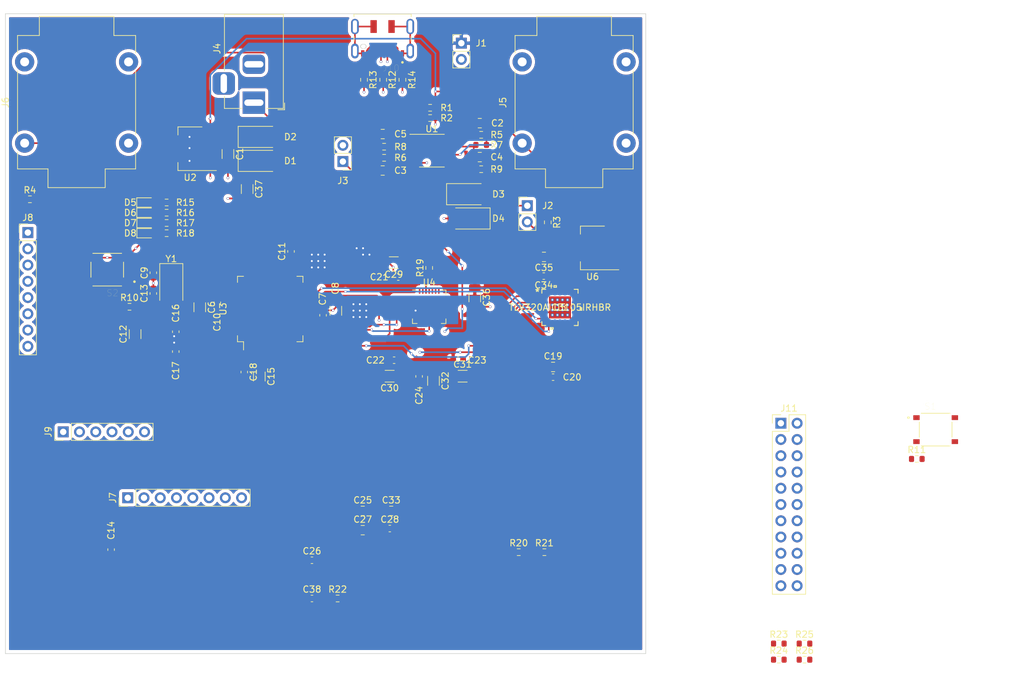
<source format=kicad_pcb>
(kicad_pcb (version 20171130) (host pcbnew 5.1.7-a382d34a8~88~ubuntu18.04.1)
  (layers (0 F.Cu signal) (1 In1.Cu signal) (2 In2.Cu signal) (31 B.Cu signal) (34 B.Paste user) (35 F.Paste user) (36 B.SilkS user hide) (37 F.SilkS user) (38 B.Mask user) (39 F.Mask user hide) (44 Edge.Cuts user))
  (net 0 "")
  (net 1 GND)
  (net 2 3.3V)
  (net 3 /audio_jack_in)
  (net 4 "Net-(C2-Pad1)")
  (net 5 /audio_out)
  (net 6 "Net-(C3-Pad1)")
  (net 7 "Net-(C4-Pad2)")
  (net 8 "Net-(C4-Pad1)")
  (net 9 "Net-(C5-Pad2)")
  (net 10 /audio_jack_out)
  (net 11 /MCU/osc_in)
  (net 12 /MCU/osc_out)
  (net 13 VBUS)
  (net 14 9V)
  (net 15 "Net-(D2-Pad2)")
  (net 16 /audio_in)
  (net 17 "Net-(D5-Pad2)")
  (net 18 "Net-(D6-Pad2)")
  (net 19 "Net-(D7-Pad2)")
  (net 20 "Net-(D8-Pad2)")
  (net 21 "Net-(J5-PadTN)")
  (net 22 "Net-(J5-PadSN)")
  (net 23 "Net-(J6-PadTN)")
  (net 24 "Net-(J6-PadSN)")
  (net 25 /MCU/TRACESWO)
  (net 26 /MCU/NRST)
  (net 27 /MCU/SWDIO)
  (net 28 /MCU/SWCLK)
  (net 29 "Net-(J9-Pad1)")
  (net 30 "Net-(J10-Pad9)")
  (net 31 /MCU/OTG_FS_DM)
  (net 32 /MCU/OTG_FS_DP)
  (net 33 "Net-(J10-Pad4)")
  (net 34 "Net-(J10-Pad10)")
  (net 35 "Net-(J10-Pad3)")
  (net 36 /Codec/ADC)
  (net 37 /Codec/BCLK)
  (net 38 /Codec/WCLK)
  (net 39 /Codec/DAC)
  (net 40 /MCU/I2S2_MCK)
  (net 41 /Codec/SCLK)
  (net 42 /Codec/SDIN)
  (net 43 /Codec/~CSB)
  (net 44 4.5V)
  (net 45 "Net-(R5-Pad1)")
  (net 46 "Net-(R6-Pad1)")
  (net 47 /MCU/BOOT0)
  (net 48 /MCU/led1)
  (net 49 /MCU/led2)
  (net 50 /MCU/led3)
  (net 51 /MCU/led4)
  (net 52 "Net-(R19-Pad1)")
  (net 53 "Net-(U3-Pad44)")
  (net 54 "Net-(U3-Pad43)")
  (net 55 "Net-(U3-Pad42)")
  (net 56 "Net-(U3-Pad41)")
  (net 57 "Net-(U3-Pad40)")
  (net 58 "Net-(U3-Pad39)")
  (net 59 "Net-(U3-Pad38)")
  (net 60 "Net-(U3-Pad2)")
  (net 61 "Net-(U3-Pad1)")
  (net 62 "Net-(U4-Pad17)")
  (net 63 "Net-(U4-Pad13)")
  (net 64 "Net-(U4-Pad2)")
  (net 65 "Net-(C10-Pad1)")
  (net 66 1.8V)
  (net 67 "Net-(C38-Pad1)")
  (net 68 /MCU/PB07)
  (net 69 /MCU/PB06)
  (net 70 /MCU/PB05)
  (net 71 /MCU/PB04)
  (net 72 /MCU/PB03)
  (net 73 /MCU/PB02)
  (net 74 /MCU/PB01)
  (net 75 /MCU/PB00)
  (net 76 /MCU/PA07)
  (net 77 /MCU/PA06)
  (net 78 /MCU/PA05)
  (net 79 /MCU/PA04)
  (net 80 /MCU/PA03)
  (net 81 /MCU/PA02)
  (net 82 /MCU/PB09)
  (net 83 /MCU/PB08)
  (net 84 /MCU/~CODEC_RST)
  (net 85 /MCU/SCL)
  (net 86 /MCU/SDA)
  (net 87 "Net-(U3-Pad60)")
  (net 88 "Net-(U3-Pad55)")
  (net 89 "Net-(U3-Pad51)")
  (net 90 "Net-(U3-Pad24)")
  (net 91 "Net-(U5-Pad30)")
  (net 92 "Net-(U5-Pad29)")
  (net 93 "Net-(U5-Pad28)")
  (net 94 "Net-(U5-Pad23)")
  (net 95 "Net-(U5-Pad22)")
  (net 96 "Net-(U5-Pad20)")
  (net 97 "Net-(U5-Pad19)")
  (net 98 "Net-(U5-Pad16)")
  (net 99 "Net-(U5-Pad15)")
  (net 100 "Net-(U5-Pad14)")
  (net 101 "Net-(U5-Pad13)")
  (net 102 "Net-(U5-Pad12)")
  (net 103 "Net-(U5-Pad11)")
  (net 104 /Codec/audio_in)
  (net 105 /Codec/audio_out)
  (net 106 "/TI Codec/audio_in")
  (net 107 "/TI Codec/audio_out")
  (net 108 "Net-(U4-Pad23)")
  (net 109 "Net-(U4-Pad22)")
  (net 110 "Net-(U4-Pad21)")
  (net 111 "Net-(U4-Pad20)")
  (net 112 "Net-(U4-Pad14)")
  (net 113 "Net-(U4-Pad6)")
  (module Package_DFN_QFN:QFN-28-1EP_5x5mm_P0.5mm_EP3.35x3.35mm (layer F.Cu) (at 156.18 85.8)
    (fp_text reference U4 (at 0 -3.8) (layer F.SilkS))
    (fp_text value WM8731CLSEFL)
    (pad 29 smd rect (at 0 0) (size 3.35 3.35) (layers F.Cu F.Mask) (net 1 GND))
    (pad 28 smd roundrect (at -1.5 -2.45) (size 0.25 0.8) (layers F.Cu F.Paste F.Mask) (net 41 /Codec/SCLK))
    (pad 27 smd roundrect (at -1 -2.45) (size 0.25 0.8) (layers F.Cu F.Paste F.Mask) (net 42 /Codec/SDIN))
    (pad 26 smd roundrect (at -0.5 -2.45) (size 0.25 0.8) (layers F.Cu F.Paste F.Mask) (net 43 /Codec/~CSB))
    (pad 25 smd roundrect (at 0 -2.45) (size 0.25 0.8) (layers F.Cu F.Paste F.Mask) (net 52 "Net-(R19-Pad1)"))
    (pad 24 smd roundrect (at 0.5 -2.45) (size 0.25 0.8) (layers F.Cu F.Paste F.Mask) (net 104 /Codec/audio_in))
    (pad 23 smd roundrect (at 1 -2.45) (size 0.25 0.8) (layers F.Cu F.Paste F.Mask) (net 108 "Net-(U4-Pad23)"))
    (pad 22 smd roundrect (at 1.5 -2.45) (size 0.25 0.8) (layers F.Cu F.Paste F.Mask) (net 109 "Net-(U4-Pad22)"))
    (pad 21 smd roundrect (at 2.45 -1.5) (size 0.8 0.25) (layers F.Cu F.Paste F.Mask) (net 110 "Net-(U4-Pad21)"))
    (pad 20 smd roundrect (at 2.45 -1) (size 0.8 0.25) (layers F.Cu F.Paste F.Mask) (net 111 "Net-(U4-Pad20)"))
    (pad 19 smd roundrect (at 2.45 -0.5) (size 0.8 0.25) (layers F.Cu F.Paste F.Mask) (net 1 GND))
    (pad 18 smd roundrect (at 2.45 0) (size 0.8 0.25) (layers F.Cu F.Paste F.Mask) (net 2 3.3V))
    (pad 17 smd roundrect (at 2.45 0.5) (size 0.8 0.25) (layers F.Cu F.Paste F.Mask) (net 62 "Net-(U4-Pad17)"))
    (pad 16 smd roundrect (at 2.45 1) (size 0.8 0.25) (layers F.Cu F.Paste F.Mask) (net 105 /Codec/audio_out))
    (pad 15 smd roundrect (at 2.45 1.5) (size 0.8 0.25) (layers F.Cu F.Paste F.Mask) (net 1 GND))
    (pad 14 smd roundrect (at 1.5 2.45) (size 0.25 0.8) (layers F.Cu F.Paste F.Mask) (net 112 "Net-(U4-Pad14)"))
    (pad 13 smd roundrect (at 1 2.45) (size 0.25 0.8) (layers F.Cu F.Paste F.Mask) (net 63 "Net-(U4-Pad13)"))
    (pad 12 smd roundrect (at 0.5 2.45) (size 0.25 0.8) (layers F.Cu F.Paste F.Mask) (net 2 3.3V))
    (pad 11 smd roundrect (at 0 2.45) (size 0.25 0.8) (layers F.Cu F.Paste F.Mask) (net 38 /Codec/WCLK))
    (pad 10 smd roundrect (at -0.5 2.45) (size 0.25 0.8) (layers F.Cu F.Paste F.Mask) (net 36 /Codec/ADC))
    (pad 9 smd roundrect (at -1 2.45) (size 0.25 0.8) (layers F.Cu F.Paste F.Mask) (net 38 /Codec/WCLK))
    (pad 8 smd roundrect (at -1.5 2.45) (size 0.25 0.8) (layers F.Cu F.Paste F.Mask) (net 39 /Codec/DAC))
    (pad 7 smd roundrect (at -2.45 1.5) (size 0.8 0.25) (layers F.Cu F.Paste F.Mask) (net 37 /Codec/BCLK))
    (pad 6 smd roundrect (at -2.45 1) (size 0.8 0.25) (layers F.Cu F.Paste F.Mask) (net 113 "Net-(U4-Pad6)"))
    (pad 5 smd roundrect (at -2.45 0.5) (size 0.8 0.25) (layers F.Cu F.Paste F.Mask) (net 2 3.3V))
    (pad 4 smd roundrect (at -2.45 0) (size 0.8 0.25) (layers F.Cu F.Paste F.Mask) (net 1 GND))
    (pad 3 smd roundrect (at -2.45 -0.5) (size 0.8 0.25) (layers F.Cu F.Paste F.Mask) (net 2 3.3V))
    (pad 2 smd roundrect (at -2.45 -1) (size 0.8 0.25) (layers F.Cu F.Paste F.Mask) (net 64 "Net-(U4-Pad2)"))
    (pad 1 smd roundrect (at -2.45 -1.5) (size 0.8 0.25) (layers F.Cu F.Paste F.Mask) (net 40 /MCU/I2S2_MCK))
  )
  (module Package_QFP:TQFP-64_10x10mm_P0.5mm (layer F.Cu) (at 131.35 86.15 90)
    (fp_text reference U3 (at 0 -7.35 90) (layer F.SilkS))
    (fp_text value ATSAME51J20A-A)
    (pad 64 smd roundrect (at -3.75 -5.6625 90) (size 0.3 1.475) (layers F.Cu F.Paste F.Mask) (net 72 /MCU/PB03))
    (pad 63 smd roundrect (at -3.25 -5.6625 90) (size 0.3 1.475) (layers F.Cu F.Paste F.Mask) (net 73 /MCU/PB02))
    (pad 62 smd roundrect (at -2.75 -5.6625 90) (size 0.3 1.475) (layers F.Cu F.Paste F.Mask) (net 74 /MCU/PB01))
    (pad 61 smd roundrect (at -2.25 -5.6625 90) (size 0.3 1.475) (layers F.Cu F.Paste F.Mask) (net 75 /MCU/PB00))
    (pad 60 smd roundrect (at -1.75 -5.6625 90) (size 0.3 1.475) (layers F.Cu F.Paste F.Mask) (net 87 "Net-(U3-Pad60)"))
    (pad 59 smd roundrect (at -1.25 -5.6625 90) (size 0.3 1.475) (layers F.Cu F.Paste F.Mask) (net 25 /MCU/TRACESWO))
    (pad 58 smd roundrect (at -0.75 -5.6625 90) (size 0.3 1.475) (layers F.Cu F.Paste F.Mask) (net 27 /MCU/SWDIO))
    (pad 57 smd roundrect (at -0.25 -5.6625 90) (size 0.3 1.475) (layers F.Cu F.Paste F.Mask) (net 28 /MCU/SWCLK))
    (pad 56 smd roundrect (at 0.25 -5.6625 90) (size 0.3 1.475) (layers F.Cu F.Paste F.Mask) (net 2 3.3V))
    (pad 55 smd roundrect (at 0.75 -5.6625 90) (size 0.3 1.475) (layers F.Cu F.Paste F.Mask) (net 88 "Net-(U3-Pad55)"))
    (pad 54 smd roundrect (at 1.25 -5.6625 90) (size 0.3 1.475) (layers F.Cu F.Paste F.Mask) (net 1 GND))
    (pad 53 smd roundrect (at 1.75 -5.6625 90) (size 0.3 1.475) (layers F.Cu F.Paste F.Mask) (net 65 "Net-(C10-Pad1)"))
    (pad 52 smd roundrect (at 2.25 -5.6625 90) (size 0.3 1.475) (layers F.Cu F.Paste F.Mask) (net 67 "Net-(C38-Pad1)"))
    (pad 51 smd roundrect (at 2.75 -5.6625 90) (size 0.3 1.475) (layers F.Cu F.Paste F.Mask) (net 89 "Net-(U3-Pad51)"))
    (pad 50 smd roundrect (at 3.25 -5.6625 90) (size 0.3 1.475) (layers F.Cu F.Paste F.Mask) (net 12 /MCU/osc_out))
    (pad 49 smd roundrect (at 3.75 -5.6625 90) (size 0.3 1.475) (layers F.Cu F.Paste F.Mask) (net 11 /MCU/osc_in))
    (pad 48 smd roundrect (at 5.6625 -3.75 90) (size 1.475 0.3) (layers F.Cu F.Paste F.Mask) (net 2 3.3V))
    (pad 47 smd roundrect (at 5.6625 -3.25 90) (size 1.475 0.3) (layers F.Cu F.Paste F.Mask) (net 1 GND))
    (pad 46 smd roundrect (at 5.6625 -2.75 90) (size 1.475 0.3) (layers F.Cu F.Paste F.Mask) (net 32 /MCU/OTG_FS_DP))
    (pad 45 smd roundrect (at 5.6625 -2.25 90) (size 1.475 0.3) (layers F.Cu F.Paste F.Mask) (net 31 /MCU/OTG_FS_DM))
    (pad 44 smd roundrect (at 5.6625 -1.75 90) (size 1.475 0.3) (layers F.Cu F.Paste F.Mask) (net 53 "Net-(U3-Pad44)"))
    (pad 43 smd roundrect (at 5.6625 -1.25 90) (size 1.475 0.3) (layers F.Cu F.Paste F.Mask) (net 54 "Net-(U3-Pad43)"))
    (pad 42 smd roundrect (at 5.6625 -0.75 90) (size 1.475 0.3) (layers F.Cu F.Paste F.Mask) (net 55 "Net-(U3-Pad42)"))
    (pad 41 smd roundrect (at 5.6625 -0.25 90) (size 1.475 0.3) (layers F.Cu F.Paste F.Mask) (net 56 "Net-(U3-Pad41)"))
    (pad 40 smd roundrect (at 5.6625 0.25 90) (size 1.475 0.3) (layers F.Cu F.Paste F.Mask) (net 57 "Net-(U3-Pad40)"))
    (pad 39 smd roundrect (at 5.6625 0.75 90) (size 1.475 0.3) (layers F.Cu F.Paste F.Mask) (net 58 "Net-(U3-Pad39)"))
    (pad 38 smd roundrect (at 5.6625 1.25 90) (size 1.475 0.3) (layers F.Cu F.Paste F.Mask) (net 59 "Net-(U3-Pad38)"))
    (pad 37 smd roundrect (at 5.6625 1.75 90) (size 1.475 0.3) (layers F.Cu F.Paste F.Mask) (net 43 /Codec/~CSB))
    (pad 36 smd roundrect (at 5.6625 2.25 90) (size 1.475 0.3) (layers F.Cu F.Paste F.Mask) (net 41 /Codec/SCLK))
    (pad 35 smd roundrect (at 5.6625 2.75 90) (size 1.475 0.3) (layers F.Cu F.Paste F.Mask) (net 42 /Codec/SDIN))
    (pad 34 smd roundrect (at 5.6625 3.25 90) (size 1.475 0.3) (layers F.Cu F.Paste F.Mask) (net 2 3.3V))
    (pad 33 smd roundrect (at 5.6625 3.75 90) (size 1.475 0.3) (layers F.Cu F.Paste F.Mask) (net 1 GND))
    (pad 32 smd roundrect (at 3.75 5.6625 90) (size 0.3 1.475) (layers F.Cu F.Paste F.Mask) (net 47 /MCU/BOOT0))
    (pad 31 smd roundrect (at 3.25 5.6625 90) (size 0.3 1.475) (layers F.Cu F.Paste F.Mask) (net 84 /MCU/~CODEC_RST))
    (pad 30 smd roundrect (at 2.75 5.6625 90) (size 0.3 1.475) (layers F.Cu F.Paste F.Mask) (net 85 /MCU/SCL))
    (pad 29 smd roundrect (at 2.25 5.6625 90) (size 0.3 1.475) (layers F.Cu F.Paste F.Mask) (net 86 /MCU/SDA))
    (pad 28 smd roundrect (at 1.75 5.6625 90) (size 0.3 1.475) (layers F.Cu F.Paste F.Mask) (net 51 /MCU/led4))
    (pad 27 smd roundrect (at 1.25 5.6625 90) (size 0.3 1.475) (layers F.Cu F.Paste F.Mask) (net 50 /MCU/led3))
    (pad 26 smd roundrect (at 0.75 5.6625 90) (size 0.3 1.475) (layers F.Cu F.Paste F.Mask) (net 49 /MCU/led2))
    (pad 25 smd roundrect (at 0.25 5.6625 90) (size 0.3 1.475) (layers F.Cu F.Paste F.Mask) (net 48 /MCU/led1))
    (pad 24 smd roundrect (at -0.25 5.6625 90) (size 0.3 1.475) (layers F.Cu F.Paste F.Mask) (net 90 "Net-(U3-Pad24)"))
    (pad 23 smd roundrect (at -0.75 5.6625 90) (size 0.3 1.475) (layers F.Cu F.Paste F.Mask) (net 36 /Codec/ADC))
    (pad 22 smd roundrect (at -1.25 5.6625 90) (size 0.3 1.475) (layers F.Cu F.Paste F.Mask) (net 1 GND))
    (pad 21 smd roundrect (at -1.75 5.6625 90) (size 0.3 1.475) (layers F.Cu F.Paste F.Mask) (net 2 3.3V))
    (pad 20 smd roundrect (at -2.25 5.6625 90) (size 0.3 1.475) (layers F.Cu F.Paste F.Mask) (net 39 /Codec/DAC))
    (pad 19 smd roundrect (at -2.75 5.6625 90) (size 0.3 1.475) (layers F.Cu F.Paste F.Mask) (net 37 /Codec/BCLK))
    (pad 18 smd roundrect (at -3.25 5.6625 90) (size 0.3 1.475) (layers F.Cu F.Paste F.Mask) (net 38 /Codec/WCLK))
    (pad 17 smd roundrect (at -3.75 5.6625 90) (size 0.3 1.475) (layers F.Cu F.Paste F.Mask) (net 40 /MCU/I2S2_MCK))
    (pad 16 smd roundrect (at -5.6625 3.75 90) (size 1.475 0.3) (layers F.Cu F.Paste F.Mask) (net 76 /MCU/PA07))
    (pad 15 smd roundrect (at -5.6625 3.25 90) (size 1.475 0.3) (layers F.Cu F.Paste F.Mask) (net 77 /MCU/PA06))
    (pad 14 smd roundrect (at -5.6625 2.75 90) (size 1.475 0.3) (layers F.Cu F.Paste F.Mask) (net 78 /MCU/PA05))
    (pad 13 smd roundrect (at -5.6625 2.25 90) (size 1.475 0.3) (layers F.Cu F.Paste F.Mask) (net 79 /MCU/PA04))
    (pad 12 smd roundrect (at -5.6625 1.75 90) (size 1.475 0.3) (layers F.Cu F.Paste F.Mask) (net 82 /MCU/PB09))
    (pad 11 smd roundrect (at -5.6625 1.25 90) (size 1.475 0.3) (layers F.Cu F.Paste F.Mask) (net 83 /MCU/PB08))
    (pad 10 smd roundrect (at -5.6625 0.75 90) (size 1.475 0.3) (layers F.Cu F.Paste F.Mask) (net 68 /MCU/PB07))
    (pad 9 smd roundrect (at -5.6625 0.25 90) (size 1.475 0.3) (layers F.Cu F.Paste F.Mask) (net 69 /MCU/PB06))
    (pad 8 smd roundrect (at -5.6625 -0.25 90) (size 1.475 0.3) (layers F.Cu F.Paste F.Mask) (net 2 3.3V))
    (pad 7 smd roundrect (at -5.6625 -0.75 90) (size 1.475 0.3) (layers F.Cu F.Paste F.Mask) (net 1 GND))
    (pad 6 smd roundrect (at -5.6625 -1.25 90) (size 1.475 0.3) (layers F.Cu F.Paste F.Mask) (net 70 /MCU/PB05))
    (pad 5 smd roundrect (at -5.6625 -1.75 90) (size 1.475 0.3) (layers F.Cu F.Paste F.Mask) (net 71 /MCU/PB04))
    (pad 4 smd roundrect (at -5.6625 -2.25 90) (size 1.475 0.3) (layers F.Cu F.Paste F.Mask) (net 80 /MCU/PA03))
    (pad 3 smd roundrect (at -5.6625 -2.75 90) (size 1.475 0.3) (layers F.Cu F.Paste F.Mask) (net 81 /MCU/PA02))
    (pad 2 smd roundrect (at -5.6625 -3.25 90) (size 1.475 0.3) (layers F.Cu F.Paste F.Mask) (net 60 "Net-(U3-Pad2)"))
    (pad 1 smd roundrect (at -5.6625 -3.75 90) (size 1.475 0.3) (layers F.Cu F.Paste F.Mask) (net 61 "Net-(U3-Pad1)"))
  )
  (module TactileSwitch:SW_TS-1187A-B-A-B (layer F.Cu) (at 235.275 105)
    (fp_text reference S1 (at -0.825 -3.635) (layer F.SilkS) (effects (font (thickness 0.015))))
    (fp_text value TS-1187A-B-A-B)
    (pad D smd rect (at 3 1.875) (size 1 0.75) (layers F.Cu F.Paste F.Mask) (net 2 3.3V))
    (pad C smd rect (at -3 1.875) (size 1 0.75) (layers F.Cu F.Paste F.Mask) (net 2 3.3V))
    (pad B smd rect (at 3 -1.875) (size 1 0.75) (layers F.Cu F.Paste F.Mask) (net 47 /MCU/BOOT0))
    (pad A smd rect (at -3 -1.875) (size 1 0.75) (layers F.Cu F.Paste F.Mask) (net 47 /MCU/BOOT0))
  )
  (module Resistor_SMD:R_0603_1608Metric (layer F.Cu) (at 214.79 140.95)
    (fp_text reference R26 (at 0 -1.43) (layer F.SilkS))
    (fp_text value "0 DNP")
    (pad 2 smd roundrect (at 0.825 0) (size 0.8 0.95) (layers F.Cu F.Paste F.Mask) (net 107 "/TI Codec/audio_out"))
    (pad 1 smd roundrect (at -0.825 0) (size 0.8 0.95) (layers F.Cu F.Paste F.Mask) (net 5 /audio_out))
  )
  (module Resistor_SMD:R_0603_1608Metric (layer F.Cu) (at 214.79 138.44)
    (fp_text reference R25 (at 0 -1.43) (layer F.SilkS))
    (fp_text value "0 DNP")
    (pad 2 smd roundrect (at 0.825 0) (size 0.8 0.95) (layers F.Cu F.Paste F.Mask) (net 16 /audio_in))
    (pad 1 smd roundrect (at -0.825 0) (size 0.8 0.95) (layers F.Cu F.Paste F.Mask) (net 106 "/TI Codec/audio_in"))
  )
  (module Resistor_SMD:R_0603_1608Metric (layer F.Cu) (at 210.78 140.95)
    (fp_text reference R24 (at 0 -1.43) (layer F.SilkS))
    (fp_text value "0 DNP")
    (pad 2 smd roundrect (at 0.825 0) (size 0.8 0.95) (layers F.Cu F.Paste F.Mask) (net 105 /Codec/audio_out))
    (pad 1 smd roundrect (at -0.825 0) (size 0.8 0.95) (layers F.Cu F.Paste F.Mask) (net 5 /audio_out))
  )
  (module Resistor_SMD:R_0603_1608Metric (layer F.Cu) (at 210.78 138.44)
    (fp_text reference R23 (at 0 -1.43) (layer F.SilkS))
    (fp_text value "0 DNP")
    (pad 2 smd roundrect (at 0.825 0) (size 0.8 0.95) (layers F.Cu F.Paste F.Mask) (net 16 /audio_in))
    (pad 1 smd roundrect (at -0.825 0) (size 0.8 0.95) (layers F.Cu F.Paste F.Mask) (net 104 /Codec/audio_in))
  )
  (module Resistor_SMD:R_0603_1608Metric (layer F.Cu) (at 232.33 109.58)
    (fp_text reference R11 (at 0 -1.43) (layer F.SilkS))
    (fp_text value 10k)
    (pad 2 smd roundrect (at 0.825 0) (size 0.8 0.95) (layers F.Cu F.Paste F.Mask) (net 1 GND))
    (pad 1 smd roundrect (at -0.825 0) (size 0.8 0.95) (layers F.Cu F.Paste F.Mask) (net 47 /MCU/BOOT0))
  )
  (module Connector_PinHeader_2.54mm:PinHeader_2x11_P2.54mm_Vertical (layer F.Cu) (at 211.1 104)
    (fp_text reference J11 (at 1.27 -2.33) (layer F.SilkS))
    (fp_text value Conn_02x11_Odd_Even)
    (pad 22 thru_hole oval (at 2.54 25.4) (size 1.7 1.7) (drill 1) (layers *.Cu *.Mask) (net 1 GND))
    (pad 21 thru_hole oval (at 0 25.4) (size 1.7 1.7) (drill 1) (layers *.Cu *.Mask) (net 84 /MCU/~CODEC_RST))
    (pad 20 thru_hole oval (at 2.54 22.86) (size 1.7 1.7) (drill 1) (layers *.Cu *.Mask) (net 1 GND))
    (pad 19 thru_hole oval (at 0 22.86) (size 1.7 1.7) (drill 1) (layers *.Cu *.Mask) (net 85 /MCU/SCL))
    (pad 18 thru_hole oval (at 2.54 20.32) (size 1.7 1.7) (drill 1) (layers *.Cu *.Mask) (net 1 GND))
    (pad 17 thru_hole oval (at 0 20.32) (size 1.7 1.7) (drill 1) (layers *.Cu *.Mask) (net 86 /MCU/SDA))
    (pad 16 thru_hole oval (at 2.54 17.78) (size 1.7 1.7) (drill 1) (layers *.Cu *.Mask) (net 1 GND))
    (pad 15 thru_hole oval (at 0 17.78) (size 1.7 1.7) (drill 1) (layers *.Cu *.Mask) (net 36 /Codec/ADC))
    (pad 14 thru_hole oval (at 2.54 15.24) (size 1.7 1.7) (drill 1) (layers *.Cu *.Mask) (net 1 GND))
    (pad 13 thru_hole oval (at 0 15.24) (size 1.7 1.7) (drill 1) (layers *.Cu *.Mask) (net 37 /Codec/BCLK))
    (pad 12 thru_hole oval (at 2.54 12.7) (size 1.7 1.7) (drill 1) (layers *.Cu *.Mask) (net 1 GND))
    (pad 11 thru_hole oval (at 0 12.7) (size 1.7 1.7) (drill 1) (layers *.Cu *.Mask) (net 38 /Codec/WCLK))
    (pad 10 thru_hole oval (at 2.54 10.16) (size 1.7 1.7) (drill 1) (layers *.Cu *.Mask) (net 1 GND))
    (pad 9 thru_hole oval (at 0 10.16) (size 1.7 1.7) (drill 1) (layers *.Cu *.Mask) (net 39 /Codec/DAC))
    (pad 8 thru_hole oval (at 2.54 7.62) (size 1.7 1.7) (drill 1) (layers *.Cu *.Mask) (net 1 GND))
    (pad 7 thru_hole oval (at 0 7.62) (size 1.7 1.7) (drill 1) (layers *.Cu *.Mask) (net 40 /MCU/I2S2_MCK))
    (pad 6 thru_hole oval (at 2.54 5.08) (size 1.7 1.7) (drill 1) (layers *.Cu *.Mask) (net 1 GND))
    (pad 5 thru_hole oval (at 0 5.08) (size 1.7 1.7) (drill 1) (layers *.Cu *.Mask) (net 41 /Codec/SCLK))
    (pad 4 thru_hole oval (at 2.54 2.54) (size 1.7 1.7) (drill 1) (layers *.Cu *.Mask) (net 1 GND))
    (pad 3 thru_hole oval (at 0 2.54) (size 1.7 1.7) (drill 1) (layers *.Cu *.Mask) (net 42 /Codec/SDIN))
    (pad 2 thru_hole oval (at 2.54 0) (size 1.7 1.7) (drill 1) (layers *.Cu *.Mask) (net 1 GND))
    (pad 1 thru_hole rect (at 0 0) (size 1.7 1.7) (drill 1) (layers *.Cu *.Mask) (net 43 /Codec/~CSB))
  )
  (module TLV320AIC3105:TLV320AIC3105IRHBR (layer F.Cu) (at 176.6 85.9)
    (fp_text reference U5 (at 0 0) (layer F.SilkS))
    (fp_text value TLV320AIC3105IRHBR (at 0 0) (layer F.SilkS))
    (fp_text user * (at -3.535 -2.381) (layer F.SilkS))
    (fp_text user * (at -3.535 -2.381) (layer F.SilkS))
    (pad 33 thru_hole circle (at 1.1811 -1.1811) (size 0.508 0.508) (drill 0.254) (layers *.Cu *.Mask) (net 1 GND))
    (pad 33 thru_hole circle (at 1.1811 -0.3937) (size 0.508 0.508) (drill 0.254) (layers *.Cu *.Mask) (net 1 GND))
    (pad 33 thru_hole circle (at 1.1811 0.3937) (size 0.508 0.508) (drill 0.254) (layers *.Cu *.Mask) (net 1 GND))
    (pad 33 thru_hole circle (at 1.1811 1.1811) (size 0.508 0.508) (drill 0.254) (layers *.Cu *.Mask) (net 1 GND))
    (pad 33 thru_hole circle (at 0.3937 -1.1811) (size 0.508 0.508) (drill 0.254) (layers *.Cu *.Mask) (net 1 GND))
    (pad 33 thru_hole circle (at 0.3937 -0.3937) (size 0.508 0.508) (drill 0.254) (layers *.Cu *.Mask) (net 1 GND))
    (pad 33 thru_hole circle (at 0.3937 0.3937) (size 0.508 0.508) (drill 0.254) (layers *.Cu *.Mask) (net 1 GND))
    (pad 33 thru_hole circle (at 0.3937 1.1811) (size 0.508 0.508) (drill 0.254) (layers *.Cu *.Mask) (net 1 GND))
    (pad 33 thru_hole circle (at -0.3937 -1.1811) (size 0.508 0.508) (drill 0.254) (layers *.Cu *.Mask) (net 1 GND))
    (pad 33 thru_hole circle (at -0.3937 -0.3937) (size 0.508 0.508) (drill 0.254) (layers *.Cu *.Mask) (net 1 GND))
    (pad 33 thru_hole circle (at -0.3937 0.3937) (size 0.508 0.508) (drill 0.254) (layers *.Cu *.Mask) (net 1 GND))
    (pad 33 thru_hole circle (at -0.3937 1.1811) (size 0.508 0.508) (drill 0.254) (layers *.Cu *.Mask) (net 1 GND))
    (pad 33 thru_hole circle (at -1.1811 -1.1811) (size 0.508 0.508) (drill 0.254) (layers *.Cu *.Mask) (net 1 GND))
    (pad 33 thru_hole circle (at -1.1811 -0.3937) (size 0.508 0.508) (drill 0.254) (layers *.Cu *.Mask) (net 1 GND))
    (pad 33 thru_hole circle (at -1.1811 0.3937) (size 0.508 0.508) (drill 0.254) (layers *.Cu *.Mask) (net 1 GND))
    (pad 33 thru_hole circle (at -1.1811 1.1811) (size 0.508 0.508) (drill 0.254) (layers *.Cu *.Mask) (net 1 GND))
    (pad 33 smd rect (at 0 0) (size 3.450001 3.450001) (layers F.Cu F.Paste F.Mask) (net 1 GND))
    (pad 32 smd rect (at -1.750441 -2.474999) (size 0.28 0.85) (layers F.Cu F.Paste F.Mask) (net 66 1.8V))
    (pad 31 smd rect (at -1.250315 -2.474999) (size 0.28 0.85) (layers F.Cu F.Paste F.Mask) (net 84 /MCU/~CODEC_RST))
    (pad 30 smd rect (at -0.750189 -2.474999) (size 0.28 0.85) (layers F.Cu F.Paste F.Mask) (net 91 "Net-(U5-Pad30)"))
    (pad 29 smd rect (at -0.250063 -2.474999) (size 0.28 0.85) (layers F.Cu F.Paste F.Mask) (net 92 "Net-(U5-Pad29)"))
    (pad 28 smd rect (at 0.250063 -2.474999) (size 0.28 0.85) (layers F.Cu F.Paste F.Mask) (net 93 "Net-(U5-Pad28)"))
    (pad 27 smd rect (at 0.750189 -2.474999) (size 0.28 0.85) (layers F.Cu F.Paste F.Mask) (net 107 "/TI Codec/audio_out"))
    (pad 26 smd rect (at 1.250315 -2.474999) (size 0.28 0.85) (layers F.Cu F.Paste F.Mask) (net 1 GND))
    (pad 25 smd rect (at 1.750441 -2.474999) (size 0.28 0.85) (layers F.Cu F.Paste F.Mask) (net 2 3.3V))
    (pad 24 smd rect (at 2.474999 -1.749999 90) (size 0.28 0.85) (layers F.Cu F.Paste F.Mask) (net 2 3.3V))
    (pad 23 smd rect (at 2.474999 -1.25 90) (size 0.28 0.85) (layers F.Cu F.Paste F.Mask) (net 94 "Net-(U5-Pad23)"))
    (pad 22 smd rect (at 2.474999 -0.750001 90) (size 0.28 0.85) (layers F.Cu F.Paste F.Mask) (net 95 "Net-(U5-Pad22)"))
    (pad 21 smd rect (at 2.474999 -0.25 90) (size 0.28 0.85) (layers F.Cu F.Paste F.Mask) (net 1 GND))
    (pad 20 smd rect (at 2.474999 0.25 90) (size 0.28 0.85) (layers F.Cu F.Paste F.Mask) (net 96 "Net-(U5-Pad20)"))
    (pad 19 smd rect (at 2.474999 0.750001 90) (size 0.28 0.85) (layers F.Cu F.Paste F.Mask) (net 97 "Net-(U5-Pad19)"))
    (pad 18 smd rect (at 2.474999 1.25 90) (size 0.28 0.85) (layers F.Cu F.Paste F.Mask) (net 2 3.3V))
    (pad 17 smd rect (at 2.474999 1.749999 90) (size 0.28 0.85) (layers F.Cu F.Paste F.Mask) (net 1 GND))
    (pad 16 smd rect (at 1.750441 2.474999) (size 0.28 0.85) (layers F.Cu F.Paste F.Mask) (net 98 "Net-(U5-Pad16)"))
    (pad 15 smd rect (at 1.250315 2.474999) (size 0.28 0.85) (layers F.Cu F.Paste F.Mask) (net 99 "Net-(U5-Pad15)"))
    (pad 14 smd rect (at 0.750189 2.474999) (size 0.28 0.85) (layers F.Cu F.Paste F.Mask) (net 100 "Net-(U5-Pad14)"))
    (pad 13 smd rect (at 0.250063 2.474999) (size 0.28 0.85) (layers F.Cu F.Paste F.Mask) (net 101 "Net-(U5-Pad13)"))
    (pad 12 smd rect (at -0.250063 2.474999) (size 0.28 0.85) (layers F.Cu F.Paste F.Mask) (net 102 "Net-(U5-Pad12)"))
    (pad 11 smd rect (at -0.750189 2.474999) (size 0.28 0.85) (layers F.Cu F.Paste F.Mask) (net 103 "Net-(U5-Pad11)"))
    (pad 10 smd rect (at -1.250315 2.474999) (size 0.28 0.85) (layers F.Cu F.Paste F.Mask) (net 106 "/TI Codec/audio_in"))
    (pad 9 smd rect (at -1.750441 2.474999) (size 0.28 0.85) (layers F.Cu F.Paste F.Mask) (net 86 /MCU/SDA))
    (pad 8 smd rect (at -2.474999 1.749999 90) (size 0.28 0.85) (layers F.Cu F.Paste F.Mask) (net 85 /MCU/SCL))
    (pad 7 smd rect (at -2.474999 1.25 90) (size 0.28 0.85) (layers F.Cu F.Paste F.Mask) (net 2 3.3V))
    (pad 6 smd rect (at -2.474999 0.750001 90) (size 0.28 0.85) (layers F.Cu F.Paste F.Mask) (net 1 GND))
    (pad 5 smd rect (at -2.474999 0.25 90) (size 0.28 0.85) (layers F.Cu F.Paste F.Mask) (net 36 /Codec/ADC))
    (pad 4 smd rect (at -2.474999 -0.25 90) (size 0.28 0.85) (layers F.Cu F.Paste F.Mask) (net 39 /Codec/DAC))
    (pad 3 smd rect (at -2.474999 -0.750001 90) (size 0.28 0.85) (layers F.Cu F.Paste F.Mask) (net 38 /Codec/WCLK))
    (pad 2 smd rect (at -2.474999 -1.25 90) (size 0.28 0.85) (layers F.Cu F.Paste F.Mask) (net 37 /Codec/BCLK))
    (pad 1 smd rect (at -2.474999 -1.749999 90) (size 0.28 0.85) (layers F.Cu F.Paste F.Mask) (net 40 /MCU/I2S2_MCK))
  )
  (module Capacitor_SMD:C_0603_1608Metric (layer F.Cu) (at 151.35 81.15 180)
    (fp_text reference C21 (at 2.975 0) (layer F.SilkS))
    (fp_text value 100n)
    (pad 2 smd roundrect (at 0.775 0 180) (size 0.9 0.95) (layers F.Cu F.Paste F.Mask) (net 1 GND))
    (pad 1 smd roundrect (at -0.775 0 180) (size 0.9 0.95) (layers F.Cu F.Paste F.Mask) (net 2 3.3V))
  )
  (module Capacitor_SMD:C_1206_3216Metric (layer F.Cu) (at 150.65 78.9 180)
    (fp_text reference C29 (at 0 -1.85) (layer F.SilkS))
    (fp_text value 10u)
    (pad 2 smd roundrect (at 1.475 0 180) (size 1.15 1.8) (layers F.Cu F.Paste F.Mask) (roundrect_rratio 0.2173904347826087) (net 1 GND))
    (pad 1 smd roundrect (at -1.475 0 180) (size 1.15 1.8) (layers F.Cu F.Paste F.Mask) (roundrect_rratio 0.2173904347826087) (net 2 3.3V))
  )
  (module Capacitor_SMD:C_1206_3216Metric (layer F.Cu) (at 141.6 86.425 90)
    (fp_text reference C8 (at 3.5 -0.0675 90) (layer F.SilkS))
    (fp_text value 10u)
    (pad 2 smd roundrect (at 1.475 0 90) (size 1.15 1.8) (layers F.Cu F.Paste F.Mask) (roundrect_rratio 0.2173904347826087) (net 1 GND))
    (pad 1 smd roundrect (at -1.475 0 90) (size 1.15 1.8) (layers F.Cu F.Paste F.Mask) (roundrect_rratio 0.2173904347826087) (net 2 3.3V))
  )
  (module Capacitor_SMD:C_1206_3216Metric (layer F.Cu) (at 110.25 90.075 90)
    (fp_text reference C12 (at 0 -1.85 90) (layer F.SilkS))
    (fp_text value 10u)
    (pad 2 smd roundrect (at 1.475 0 90) (size 1.15 1.8) (layers F.Cu F.Paste F.Mask) (roundrect_rratio 0.2173904347826087) (net 1 GND))
    (pad 1 smd roundrect (at -1.475 0 90) (size 1.15 1.8) (layers F.Cu F.Paste F.Mask) (roundrect_rratio 0.2173904347826087) (net 2 3.3V))
  )
  (module Package_TO_SOT_SMD:SOT-223-3_TabPin2 (layer F.Cu) (at 181.7 76.6 180)
    (fp_text reference U6 (at 0 -4.5) (layer F.SilkS))
    (fp_text value AMS1117-1.8)
    (pad 1 smd rect (at -3.15 -2.3 180) (size 2 1.5) (layers F.Cu F.Paste F.Mask) (net 1 GND))
    (pad 3 smd rect (at -3.15 2.3 180) (size 2 1.5) (layers F.Cu F.Paste F.Mask) (net 14 9V))
    (pad 2 smd rect (at -3.15 0 180) (size 2 1.5) (layers F.Cu F.Paste F.Mask) (net 66 1.8V))
    (pad 2 smd rect (at 3.15 0 180) (size 2 3.8) (layers F.Cu F.Paste F.Mask) (net 66 1.8V))
  )
  (module Resistor_SMD:R_0603_1608Metric (layer F.Cu) (at 141.88 131.39)
    (fp_text reference R22 (at 0 -1.43) (layer F.SilkS))
    (fp_text value 330)
    (pad 2 smd roundrect (at 0.825 0) (size 0.8 0.95) (layers F.Cu F.Paste F.Mask) (net 26 /MCU/NRST))
    (pad 1 smd roundrect (at -0.825 0) (size 0.8 0.95) (layers F.Cu F.Paste F.Mask) (net 67 "Net-(C38-Pad1)"))
  )
  (module Resistor_SMD:R_0603_1608Metric (layer F.Cu) (at 174.17 124.15)
    (fp_text reference R21 (at 0 -1.43) (layer F.SilkS))
    (fp_text value 10k)
    (pad 2 smd roundrect (at 0.825 0) (size 0.8 0.95) (layers F.Cu F.Paste F.Mask) (net 2 3.3V))
    (pad 1 smd roundrect (at -0.825 0) (size 0.8 0.95) (layers F.Cu F.Paste F.Mask) (net 85 /MCU/SCL))
  )
  (module Resistor_SMD:R_0603_1608Metric (layer F.Cu) (at 170.16 124.15)
    (fp_text reference R20 (at 0 -1.43) (layer F.SilkS))
    (fp_text value 10k)
    (pad 2 smd roundrect (at 0.825 0) (size 0.8 0.95) (layers F.Cu F.Paste F.Mask) (net 2 3.3V))
    (pad 1 smd roundrect (at -0.825 0) (size 0.8 0.95) (layers F.Cu F.Paste F.Mask) (net 86 /MCU/SDA))
  )
  (module USB_C:JAE_DX07S016JA1R1500 (layer F.Cu) (at 148.9 45.1 180)
    (fp_text reference J10 (at -1.325 -3.385) (layer F.SilkS) (effects (font (thickness 0.015))))
    (fp_text value DX07S016JA1R1500)
    (fp_line (start 3.125 0.315) (end 2.875 0.315) (layer Edge.Cuts) (width 0.1))
    (fp_line (start 2.875 -0.315) (end 3.125 -0.315) (layer Edge.Cuts) (width 0.1))
    (fp_arc (start 2.875 0) (end 2.875 -0.315) (angle -90) (layer Edge.Cuts) (width 0.1))
    (fp_arc (start 2.875 0) (end 2.56 0) (angle -90) (layer Edge.Cuts) (width 0.1))
    (fp_arc (start 3.125 0) (end 3.125 0.315) (angle -90) (layer Edge.Cuts) (width 0.1))
    (fp_arc (start 3.125 0) (end 3.44 0) (angle -90) (layer Edge.Cuts) (width 0.1))
    (pad S6 thru_hole oval (at 4.32 3.1 180) (size 1.2 2.4) (drill oval 0.65 1.95) (layers *.Cu *.Mask) (net 1 GND))
    (pad S5 thru_hole oval (at -4.32 3.1 180) (size 1.2 2.4) (drill oval 0.65 1.95) (layers *.Cu *.Mask) (net 1 GND))
    (pad S4 thru_hole oval (at 4.32 -0.725 180) (size 1.158 2.316) (drill oval 0.65 1.65) (layers *.Cu *.Mask) (net 1 GND))
    (pad S3 thru_hole oval (at -4.32 -0.725 180) (size 1.158 2.316) (drill oval 0.65 1.65) (layers *.Cu *.Mask) (net 1 GND))
    (pad None np_thru_hole circle (at -3 0 180) (size 0.63 0.63) (drill 0.63) (layers *.Cu *.Mask))
    (pad S2 smd rect (at 1.4 3.1 180) (size 1 2) (layers F.Cu F.Paste F.Mask) (net 1 GND))
    (pad S1 smd rect (at -1.4 3.1 180) (size 1 2) (layers F.Cu F.Paste F.Mask) (net 1 GND))
    (pad None np_thru_hole circle (at 3 0 180) (size 0.63 0.63) (drill 0.63) (layers *.Cu *.Mask))
    (pad None np_thru_hole circle (at 3 0 180) (size 0.6 0.6) (drill 0.6) (layers *.Cu *.Mask))
    (pad 9 smd rect (at 1.25 -1.1 180) (size 0.27 1) (layers F.Cu F.Paste F.Mask) (net 30 "Net-(J10-Pad9)"))
    (pad 8 smd rect (at 0.75 -1.1 180) (size 0.27 1) (layers F.Cu F.Paste F.Mask) (net 31 /MCU/OTG_FS_DM))
    (pad 7 smd rect (at 0.25 -1.1 180) (size 0.27 1) (layers F.Cu F.Paste F.Mask) (net 32 /MCU/OTG_FS_DP))
    (pad 6 smd rect (at -0.25 -1.1 180) (size 0.27 1) (layers F.Cu F.Paste F.Mask) (net 32 /MCU/OTG_FS_DP))
    (pad 5 smd rect (at -0.75 -1.1 180) (size 0.27 1) (layers F.Cu F.Paste F.Mask) (net 31 /MCU/OTG_FS_DM))
    (pad 4 smd rect (at -1.25 -1.1 180) (size 0.27 1) (layers F.Cu F.Paste F.Mask) (net 33 "Net-(J10-Pad4)"))
    (pad 10 smd rect (at 1.75 -1.1 180) (size 0.27 1) (layers F.Cu F.Paste F.Mask) (net 34 "Net-(J10-Pad10)"))
    (pad 3 smd rect (at -1.75 -1.1 180) (size 0.27 1) (layers F.Cu F.Paste F.Mask) (net 35 "Net-(J10-Pad3)"))
    (pad 11 smd rect (at 2.35 -1.1 180) (size 0.52 1) (layers F.Cu F.Paste F.Mask) (net 13 VBUS))
    (pad 2 smd rect (at -2.35 -1.1 180) (size 0.52 1) (layers F.Cu F.Paste F.Mask) (net 13 VBUS))
    (pad 12 smd rect (at 3.1 -1.1 180) (size 0.52 1) (layers F.Cu F.Paste F.Mask) (net 1 GND))
    (pad 1 smd rect (at -3.1 -1.1 180) (size 0.52 1) (layers F.Cu F.Paste F.Mask) (net 1 GND))
  )
  (module Capacitor_SMD:C_0603_1608Metric (layer F.Cu) (at 137.87 131.39)
    (fp_text reference C38 (at 0 -1.43) (layer F.SilkS))
    (fp_text value 100n)
    (pad 2 smd roundrect (at 0.775 0) (size 0.9 0.95) (layers F.Cu F.Paste F.Mask) (net 1 GND))
    (pad 1 smd roundrect (at -0.775 0) (size 0.9 0.95) (layers F.Cu F.Paste F.Mask) (net 67 "Net-(C38-Pad1)"))
  )
  (module Capacitor_SMD:C_1206_3216Metric (layer F.Cu) (at 127.75 67.4 270)
    (fp_text reference C37 (at 0 -1.85 90) (layer F.SilkS))
    (fp_text value 10u)
    (pad 2 smd roundrect (at 1.475 0 270) (size 1.15 1.8) (layers F.Cu F.Paste F.Mask) (roundrect_rratio 0.2173904347826087) (net 1 GND))
    (pad 1 smd roundrect (at -1.475 0 270) (size 1.15 1.8) (layers F.Cu F.Paste F.Mask) (roundrect_rratio 0.2173904347826087) (net 14 9V))
  )
  (module Capacitor_SMD:C_1206_3216Metric (layer F.Cu) (at 163.3 84.325 270)
    (fp_text reference C36 (at 0 -1.85 90) (layer F.SilkS))
    (fp_text value 10u)
    (pad 2 smd roundrect (at 1.475 0 270) (size 1.15 1.8) (layers F.Cu F.Paste F.Mask) (roundrect_rratio 0.2173904347826087) (net 1 GND))
    (pad 1 smd roundrect (at -1.475 0 270) (size 1.15 1.8) (layers F.Cu F.Paste F.Mask) (roundrect_rratio 0.2173904347826087) (net 66 1.8V))
  )
  (module Capacitor_SMD:C_0805_2012Metric (layer F.Cu) (at 174.1 78 180)
    (fp_text reference C35 (at 0 -1.68) (layer F.SilkS))
    (fp_text value 1u)
    (pad 2 smd roundrect (at 0.95 0 180) (size 1 1.45) (layers F.Cu F.Paste F.Mask) (net 1 GND))
    (pad 1 smd roundrect (at -0.95 0 180) (size 1 1.45) (layers F.Cu F.Paste F.Mask) (net 66 1.8V))
  )
  (module Capacitor_SMD:C_0603_1608Metric (layer F.Cu) (at 174.074559 81 180)
    (fp_text reference C34 (at 0 -1.43) (layer F.SilkS))
    (fp_text value 100n)
    (pad 2 smd roundrect (at 0.775 0 180) (size 0.9 0.95) (layers F.Cu F.Paste F.Mask) (net 1 GND))
    (pad 1 smd roundrect (at -0.775 0 180) (size 0.9 0.95) (layers F.Cu F.Paste F.Mask) (net 66 1.8V))
  )
  (module Capacitor_SMD:C_0805_2012Metric (layer F.Cu) (at 150.25 117.7)
    (fp_text reference C33 (at 0 -1.68) (layer F.SilkS))
    (fp_text value 1u)
    (pad 2 smd roundrect (at 0.95 0) (size 1 1.45) (layers F.Cu F.Paste F.Mask) (net 1 GND))
    (pad 1 smd roundrect (at -0.95 0) (size 1 1.45) (layers F.Cu F.Paste F.Mask) (net 2 3.3V))
  )
  (module Capacitor_SMD:C_1206_3216Metric (layer F.Cu) (at 156.85 97.375 270)
    (fp_text reference C32 (at 0 -1.85 90) (layer F.SilkS))
    (fp_text value 10u)
    (pad 2 smd roundrect (at 1.475 0 270) (size 1.15 1.8) (layers F.Cu F.Paste F.Mask) (roundrect_rratio 0.2173904347826087) (net 1 GND))
    (pad 1 smd roundrect (at -1.475 0 270) (size 1.15 1.8) (layers F.Cu F.Paste F.Mask) (roundrect_rratio 0.2173904347826087) (net 2 3.3V))
  )
  (module Capacitor_SMD:C_1206_3216Metric (layer F.Cu) (at 161.4 96.65)
    (fp_text reference C31 (at 0 -1.85) (layer F.SilkS))
    (fp_text value 10u)
    (pad 2 smd roundrect (at 1.475 0) (size 1.15 1.8) (layers F.Cu F.Paste F.Mask) (roundrect_rratio 0.2173904347826087) (net 1 GND))
    (pad 1 smd roundrect (at -1.475 0) (size 1.15 1.8) (layers F.Cu F.Paste F.Mask) (roundrect_rratio 0.2173904347826087) (net 2 3.3V))
  )
  (module Capacitor_SMD:C_1206_3216Metric (layer F.Cu) (at 150 96.65 180)
    (fp_text reference C30 (at 0 -1.85) (layer F.SilkS))
    (fp_text value 10u)
    (pad 2 smd roundrect (at 1.475 0 180) (size 1.15 1.8) (layers F.Cu F.Paste F.Mask) (roundrect_rratio 0.2173904347826087) (net 1 GND))
    (pad 1 smd roundrect (at -1.475 0 180) (size 1.15 1.8) (layers F.Cu F.Paste F.Mask) (roundrect_rratio 0.2173904347826087) (net 2 3.3V))
  )
  (module Capacitor_SMD:C_0603_1608Metric (layer F.Cu) (at 150.03 120.46)
    (fp_text reference C28 (at 0 -1.43) (layer F.SilkS))
    (fp_text value 100n)
    (pad 2 smd roundrect (at 0.775 0) (size 0.9 0.95) (layers F.Cu F.Paste F.Mask) (net 1 GND))
    (pad 1 smd roundrect (at -0.775 0) (size 0.9 0.95) (layers F.Cu F.Paste F.Mask) (net 2 3.3V))
  )
  (module Capacitor_SMD:C_0805_2012Metric (layer F.Cu) (at 145.8 120.71)
    (fp_text reference C27 (at 0 -1.68) (layer F.SilkS))
    (fp_text value 1u)
    (pad 2 smd roundrect (at 0.95 0) (size 1 1.45) (layers F.Cu F.Paste F.Mask) (net 1 GND))
    (pad 1 smd roundrect (at -0.95 0) (size 1 1.45) (layers F.Cu F.Paste F.Mask) (net 2 3.3V))
  )
  (module Capacitor_SMD:C_0603_1608Metric (layer F.Cu) (at 137.87 125.41)
    (fp_text reference C26 (at 0 -1.43) (layer F.SilkS))
    (fp_text value 100n)
    (pad 2 smd roundrect (at 0.775 0) (size 0.9 0.95) (layers F.Cu F.Paste F.Mask) (net 1 GND))
    (pad 1 smd roundrect (at -0.775 0) (size 0.9 0.95) (layers F.Cu F.Paste F.Mask) (net 2 3.3V))
  )
  (module Capacitor_SMD:C_0805_2012Metric (layer F.Cu) (at 145.8 117.7)
    (fp_text reference C25 (at 0 -1.68) (layer F.SilkS))
    (fp_text value 1u)
    (pad 2 smd roundrect (at 0.95 0) (size 1 1.45) (layers F.Cu F.Paste F.Mask) (net 1 GND))
    (pad 1 smd roundrect (at -0.95 0) (size 1 1.45) (layers F.Cu F.Paste F.Mask) (net 2 3.3V))
  )
  (module Capacitor_SMD:C_0805_2012Metric (layer F.Cu) (at 175.525 95.2)
    (fp_text reference C19 (at 0 -1.68) (layer F.SilkS))
    (fp_text value 1u)
    (pad 2 smd roundrect (at 0.95 0) (size 1 1.45) (layers F.Cu F.Paste F.Mask) (net 1 GND))
    (pad 1 smd roundrect (at -0.95 0) (size 1 1.45) (layers F.Cu F.Paste F.Mask) (net 2 3.3V))
  )
  (module Capacitor_SMD:C_1206_3216Metric (layer F.Cu) (at 129.65 96.7 270)
    (fp_text reference C15 (at 0 -1.85 90) (layer F.SilkS))
    (fp_text value 10u)
    (pad 2 smd roundrect (at 1.475 0 270) (size 1.15 1.8) (layers F.Cu F.Paste F.Mask) (roundrect_rratio 0.2173904347826087) (net 1 GND))
    (pad 1 smd roundrect (at -1.475 0 270) (size 1.15 1.8) (layers F.Cu F.Paste F.Mask) (roundrect_rratio 0.2173904347826087) (net 2 3.3V))
  )
  (module Capacitor_SMD:C_1206_3216Metric (layer F.Cu) (at 120.35 85.875 270)
    (fp_text reference C6 (at 0 -1.85 90) (layer F.SilkS))
    (fp_text value 10u)
    (pad 2 smd roundrect (at 1.475 0 270) (size 1.15 1.8) (layers F.Cu F.Paste F.Mask) (roundrect_rratio 0.2173904347826087) (net 1 GND))
    (pad 1 smd roundrect (at -1.475 0 270) (size 1.15 1.8) (layers F.Cu F.Paste F.Mask) (roundrect_rratio 0.2173904347826087) (net 65 "Net-(C10-Pad1)"))
  )
  (module Capacitor_SMD:C_1206_3216Metric (layer F.Cu) (at 124.75 61.925 270)
    (fp_text reference C1 (at 0 -1.85 90) (layer F.SilkS))
    (fp_text value 10u)
    (pad 2 smd roundrect (at 1.475 0 270) (size 1.15 1.8) (layers F.Cu F.Paste F.Mask) (roundrect_rratio 0.2173904347826087) (net 1 GND))
    (pad 1 smd roundrect (at -1.475 0 270) (size 1.15 1.8) (layers F.Cu F.Paste F.Mask) (roundrect_rratio 0.2173904347826087) (net 2 3.3V))
  )
  (module Capacitor_SMD:C_0603_1608Metric (layer F.Cu) (at 175.525 96.8)
    (fp_text reference C20 (at 2.975 0) (layer F.SilkS))
    (fp_text value 100n)
    (pad 2 smd roundrect (at 0.775 0) (size 0.9 0.95) (layers F.Cu F.Paste F.Mask) (net 1 GND))
    (pad 1 smd roundrect (at -0.775 0) (size 0.9 0.95) (layers F.Cu F.Paste F.Mask) (net 2 3.3V))
  )
  (module Crystal:Crystal_SMD_5032-2Pin_5.0x3.2mm (layer F.Cu) (at 115.9 82.1 270)
    (fp_text reference Y1 (at -3.8 0 180) (layer F.SilkS))
    (fp_text value 8Mhz)
    (pad 2 smd rect (at 1.85 0 270) (size 2 2.4) (layers F.Cu F.Paste F.Mask) (net 12 /MCU/osc_out))
    (pad 1 smd rect (at -1.85 0 270) (size 2 2.4) (layers F.Cu F.Paste F.Mask) (net 11 /MCU/osc_in))
  )
  (module Package_TO_SOT_SMD:SOT-223-3_TabPin2 (layer F.Cu) (at 118.85 61.1 180)
    (fp_text reference U2 (at 0 -4.5) (layer F.SilkS))
    (fp_text value AMS1117-3.3)
    (pad 1 smd rect (at -3.15 -2.3 180) (size 2 1.5) (layers F.Cu F.Paste F.Mask) (net 1 GND))
    (pad 3 smd rect (at -3.15 2.3 180) (size 2 1.5) (layers F.Cu F.Paste F.Mask) (net 14 9V))
    (pad 2 smd rect (at -3.15 0 180) (size 2 1.5) (layers F.Cu F.Paste F.Mask) (net 2 3.3V))
    (pad 2 smd rect (at 3.15 0 180) (size 2 3.8) (layers F.Cu F.Paste F.Mask) (net 2 3.3V))
  )
  (module Package_SO:SOIC-8_3.9x4.9mm_P1.27mm (layer F.Cu) (at 156.6 61.4)
    (fp_text reference U1 (at 0 -3.4) (layer F.SilkS))
    (fp_text value TL072)
    (pad 8 smd roundrect (at 2.475 -1.905) (size 1.95 0.6) (layers F.Cu F.Paste F.Mask) (net 14 9V))
    (pad 7 smd roundrect (at 2.475 -0.635) (size 1.95 0.6) (layers F.Cu F.Paste F.Mask) (net 7 "Net-(C4-Pad2)"))
    (pad 6 smd roundrect (at 2.475 0.635) (size 1.95 0.6) (layers F.Cu F.Paste F.Mask) (net 45 "Net-(R5-Pad1)"))
    (pad 5 smd roundrect (at 2.475 1.905) (size 1.95 0.6) (layers F.Cu F.Paste F.Mask) (net 44 4.5V))
    (pad 4 smd roundrect (at -2.475 1.905) (size 1.95 0.6) (layers F.Cu F.Paste F.Mask) (net 1 GND))
    (pad 3 smd roundrect (at -2.475 0.635) (size 1.95 0.6) (layers F.Cu F.Paste F.Mask) (net 44 4.5V))
    (pad 2 smd roundrect (at -2.475 -0.635) (size 1.95 0.6) (layers F.Cu F.Paste F.Mask) (net 46 "Net-(R6-Pad1)"))
    (pad 1 smd roundrect (at -2.475 -1.905) (size 1.95 0.6) (layers F.Cu F.Paste F.Mask) (net 9 "Net-(C5-Pad2)"))
  )
  (module TactileSwitch:SW_TS-1187A-B-A-B (layer F.Cu) (at 105.9 80 180)
    (fp_text reference S2 (at -0.825 -3.635) (layer F.SilkS) (effects (font (thickness 0.015))))
    (fp_text value TS-1187A-B-A-B)
    (pad D smd rect (at 3 1.875 180) (size 1 0.75) (layers F.Cu F.Paste F.Mask) (net 1 GND))
    (pad C smd rect (at -3 1.875 180) (size 1 0.75) (layers F.Cu F.Paste F.Mask) (net 1 GND))
    (pad B smd rect (at 3 -1.875 180) (size 1 0.75) (layers F.Cu F.Paste F.Mask) (net 26 /MCU/NRST))
    (pad A smd rect (at -3 -1.875 180) (size 1 0.75) (layers F.Cu F.Paste F.Mask) (net 26 /MCU/NRST))
  )
  (module Resistor_SMD:R_0603_1608Metric (layer F.Cu) (at 156.18 79.725 90)
    (fp_text reference R19 (at 0 -1.43 90) (layer F.SilkS))
    (fp_text value 10k)
    (pad 2 smd roundrect (at 0.825 0 90) (size 0.8 0.95) (layers F.Cu F.Paste F.Mask) (net 2 3.3V))
    (pad 1 smd roundrect (at -0.825 0 90) (size 0.8 0.95) (layers F.Cu F.Paste F.Mask) (net 52 "Net-(R19-Pad1)"))
  )
  (module Resistor_SMD:R_0603_1608Metric (layer F.Cu) (at 115.175 74.3)
    (fp_text reference R18 (at 2.925 0) (layer F.SilkS))
    (fp_text value 120)
    (pad 2 smd roundrect (at 0.825 0) (size 0.8 0.95) (layers F.Cu F.Paste F.Mask) (net 51 /MCU/led4))
    (pad 1 smd roundrect (at -0.825 0) (size 0.8 0.95) (layers F.Cu F.Paste F.Mask) (net 20 "Net-(D8-Pad2)"))
  )
  (module Resistor_SMD:R_0603_1608Metric (layer F.Cu) (at 115.175 72.7)
    (fp_text reference R17 (at 2.925 0) (layer F.SilkS))
    (fp_text value 120)
    (pad 2 smd roundrect (at 0.825 0) (size 0.8 0.95) (layers F.Cu F.Paste F.Mask) (net 50 /MCU/led3))
    (pad 1 smd roundrect (at -0.825 0) (size 0.8 0.95) (layers F.Cu F.Paste F.Mask) (net 19 "Net-(D7-Pad2)"))
  )
  (module Resistor_SMD:R_0603_1608Metric (layer F.Cu) (at 115.175 71.1)
    (fp_text reference R16 (at 2.925 0) (layer F.SilkS))
    (fp_text value 120)
    (pad 2 smd roundrect (at 0.825 0) (size 0.8 0.95) (layers F.Cu F.Paste F.Mask) (net 49 /MCU/led2))
    (pad 1 smd roundrect (at -0.825 0) (size 0.8 0.95) (layers F.Cu F.Paste F.Mask) (net 18 "Net-(D6-Pad2)"))
  )
  (module Resistor_SMD:R_0603_1608Metric (layer F.Cu) (at 115.175 69.5)
    (fp_text reference R15 (at 2.925 0) (layer F.SilkS))
    (fp_text value 120)
    (pad 2 smd roundrect (at 0.825 0) (size 0.8 0.95) (layers F.Cu F.Paste F.Mask) (net 48 /MCU/led1))
    (pad 1 smd roundrect (at -0.825 0) (size 0.8 0.95) (layers F.Cu F.Paste F.Mask) (net 17 "Net-(D5-Pad2)"))
  )
  (module Resistor_SMD:R_0603_1608Metric (layer F.Cu) (at 152 50.325 270)
    (fp_text reference R14 (at 0 -1.5 90) (layer F.SilkS))
    (fp_text value 1M)
    (pad 2 smd roundrect (at 0.825 0 270) (size 0.8 0.95) (layers F.Cu F.Paste F.Mask) (net 1 GND))
    (pad 1 smd roundrect (at -0.825 0 270) (size 0.8 0.95) (layers F.Cu F.Paste F.Mask) (net 13 VBUS))
  )
  (module Resistor_SMD:R_0603_1608Metric (layer F.Cu) (at 146 50.325 270)
    (fp_text reference R13 (at 0 -1.43 90) (layer F.SilkS))
    (fp_text value 5.1k)
    (pad 2 smd roundrect (at 0.825 0 270) (size 0.8 0.95) (layers F.Cu F.Paste F.Mask) (net 1 GND))
    (pad 1 smd roundrect (at -0.825 0 270) (size 0.8 0.95) (layers F.Cu F.Paste F.Mask) (net 30 "Net-(J10-Pad9)"))
  )
  (module Resistor_SMD:R_0603_1608Metric (layer F.Cu) (at 149 50.325 270)
    (fp_text reference R12 (at 0 -1.43 90) (layer F.SilkS))
    (fp_text value 5.1k)
    (pad 2 smd roundrect (at 0.825 0 270) (size 0.8 0.95) (layers F.Cu F.Paste F.Mask) (net 1 GND))
    (pad 1 smd roundrect (at -0.825 0 270) (size 0.8 0.95) (layers F.Cu F.Paste F.Mask) (net 35 "Net-(J10-Pad3)"))
  )
  (module Resistor_SMD:R_0603_1608Metric (layer F.Cu) (at 109.375 85.8)
    (fp_text reference R10 (at 0 -1.43) (layer F.SilkS))
    (fp_text value 10k)
    (pad 2 smd roundrect (at 0.825 0) (size 0.8 0.95) (layers F.Cu F.Paste F.Mask) (net 67 "Net-(C38-Pad1)"))
    (pad 1 smd roundrect (at -0.825 0) (size 0.8 0.95) (layers F.Cu F.Paste F.Mask) (net 2 3.3V))
  )
  (module Resistor_SMD:R_0603_1608Metric (layer F.Cu) (at 164.3 64.3)
    (fp_text reference R9 (at 2.4 0) (layer F.SilkS))
    (fp_text value 47)
    (pad 2 smd roundrect (at 0.825 0) (size 0.8 0.95) (layers F.Cu F.Paste F.Mask) (net 8 "Net-(C4-Pad1)"))
    (pad 1 smd roundrect (at -0.825 0) (size 0.8 0.95) (layers F.Cu F.Paste F.Mask) (net 16 /audio_in))
  )
  (module Resistor_SMD:R_0603_1608Metric (layer F.Cu) (at 149.14 60.783334)
    (fp_text reference R8 (at 2.56 0.016666) (layer F.SilkS))
    (fp_text value 10k)
    (pad 2 smd roundrect (at 0.825 0) (size 0.8 0.95) (layers F.Cu F.Paste F.Mask) (net 46 "Net-(R6-Pad1)"))
    (pad 1 smd roundrect (at -0.825 0) (size 0.8 0.95) (layers F.Cu F.Paste F.Mask) (net 9 "Net-(C5-Pad2)"))
  )
  (module Resistor_SMD:R_0603_1608Metric (layer F.Cu) (at 164.3 60.5)
    (fp_text reference R7 (at 2.425 0) (layer F.SilkS))
    (fp_text value 10k)
    (pad 2 smd roundrect (at 0.825 0) (size 0.8 0.95) (layers F.Cu F.Paste F.Mask) (net 45 "Net-(R5-Pad1)"))
    (pad 1 smd roundrect (at -0.825 0) (size 0.8 0.95) (layers F.Cu F.Paste F.Mask) (net 7 "Net-(C4-Pad2)"))
  )
  (module Resistor_SMD:R_0603_1608Metric (layer F.Cu) (at 149.14 62.516667 180)
    (fp_text reference R6 (at -2.56 0.016667) (layer F.SilkS))
    (fp_text value 10k)
    (pad 2 smd roundrect (at 0.825 0 180) (size 0.8 0.95) (layers F.Cu F.Paste F.Mask) (net 6 "Net-(C3-Pad1)"))
    (pad 1 smd roundrect (at -0.825 0 180) (size 0.8 0.95) (layers F.Cu F.Paste F.Mask) (net 46 "Net-(R6-Pad1)"))
  )
  (module Resistor_SMD:R_0603_1608Metric (layer F.Cu) (at 164.3 58.925 180)
    (fp_text reference R5 (at -2.425 0) (layer F.SilkS))
    (fp_text value 10k)
    (pad 2 smd roundrect (at 0.825 0 180) (size 0.8 0.95) (layers F.Cu F.Paste F.Mask) (net 4 "Net-(C2-Pad1)"))
    (pad 1 smd roundrect (at -0.825 0 180) (size 0.8 0.95) (layers F.Cu F.Paste F.Mask) (net 45 "Net-(R5-Pad1)"))
  )
  (module Resistor_SMD:R_0603_1608Metric (layer F.Cu) (at 93.825 69)
    (fp_text reference R4 (at 0 -1.43) (layer F.SilkS))
    (fp_text value 1M)
    (pad 2 smd roundrect (at 0.825 0) (size 0.8 0.95) (layers F.Cu F.Paste F.Mask) (net 1 GND))
    (pad 1 smd roundrect (at -0.825 0) (size 0.8 0.95) (layers F.Cu F.Paste F.Mask) (net 10 /audio_jack_out))
  )
  (module Resistor_SMD:R_0603_1608Metric (layer F.Cu) (at 174.7 72.6 270)
    (fp_text reference R3 (at 0 -1.43 90) (layer F.SilkS))
    (fp_text value 1M)
    (pad 2 smd roundrect (at 0.825 0 270) (size 0.8 0.95) (layers F.Cu F.Paste F.Mask) (net 1 GND))
    (pad 1 smd roundrect (at -0.825 0 270) (size 0.8 0.95) (layers F.Cu F.Paste F.Mask) (net 3 /audio_jack_in))
  )
  (module Resistor_SMD:R_0603_1608Metric (layer F.Cu) (at 156.325 56.3)
    (fp_text reference R2 (at 2.575 0) (layer F.SilkS))
    (fp_text value 10k)
    (pad 2 smd roundrect (at 0.825 0) (size 0.8 0.95) (layers F.Cu F.Paste F.Mask) (net 1 GND))
    (pad 1 smd roundrect (at -0.825 0) (size 0.8 0.95) (layers F.Cu F.Paste F.Mask) (net 44 4.5V))
  )
  (module Resistor_SMD:R_0603_1608Metric (layer F.Cu) (at 156.325 54.7 180)
    (fp_text reference R1 (at -2.575 0) (layer F.SilkS))
    (fp_text value 10k)
    (pad 2 smd roundrect (at 0.825 0 180) (size 0.8 0.95) (layers F.Cu F.Paste F.Mask) (net 44 4.5V))
    (pad 1 smd roundrect (at -0.825 0 180) (size 0.8 0.95) (layers F.Cu F.Paste F.Mask) (net 14 9V))
  )
  (module Connector_PinHeader_2.54mm:PinHeader_1x06_P2.54mm_Vertical (layer F.Cu) (at 99.025 105.35 90)
    (fp_text reference J9 (at 0 -2.33 90) (layer F.SilkS))
    (fp_text value debug)
    (pad 6 thru_hole oval (at 0 12.7 90) (size 1.7 1.7) (drill 1) (layers *.Cu *.Mask) (net 25 /MCU/TRACESWO))
    (pad 5 thru_hole oval (at 0 10.16 90) (size 1.7 1.7) (drill 1) (layers *.Cu *.Mask) (net 26 /MCU/NRST))
    (pad 4 thru_hole oval (at 0 7.62 90) (size 1.7 1.7) (drill 1) (layers *.Cu *.Mask) (net 27 /MCU/SWDIO))
    (pad 3 thru_hole oval (at 0 5.08 90) (size 1.7 1.7) (drill 1) (layers *.Cu *.Mask) (net 1 GND))
    (pad 2 thru_hole oval (at 0 2.54 90) (size 1.7 1.7) (drill 1) (layers *.Cu *.Mask) (net 28 /MCU/SWCLK))
    (pad 1 thru_hole rect (at 0 0 90) (size 1.7 1.7) (drill 1) (layers *.Cu *.Mask) (net 29 "Net-(J9-Pad1)"))
  )
  (module Connector_PinHeader_2.54mm:PinHeader_1x08_P2.54mm_Vertical (layer F.Cu) (at 93.5 74.2)
    (fp_text reference J8 (at 0 -2.33) (layer F.SilkS))
    (fp_text value analog)
    (pad 8 thru_hole oval (at 0 17.78) (size 1.7 1.7) (drill 1) (layers *.Cu *.Mask) (net 76 /MCU/PA07))
    (pad 7 thru_hole oval (at 0 15.24) (size 1.7 1.7) (drill 1) (layers *.Cu *.Mask) (net 77 /MCU/PA06))
    (pad 6 thru_hole oval (at 0 12.7) (size 1.7 1.7) (drill 1) (layers *.Cu *.Mask) (net 78 /MCU/PA05))
    (pad 5 thru_hole oval (at 0 10.16) (size 1.7 1.7) (drill 1) (layers *.Cu *.Mask) (net 79 /MCU/PA04))
    (pad 4 thru_hole oval (at 0 7.62) (size 1.7 1.7) (drill 1) (layers *.Cu *.Mask) (net 80 /MCU/PA03))
    (pad 3 thru_hole oval (at 0 5.08) (size 1.7 1.7) (drill 1) (layers *.Cu *.Mask) (net 81 /MCU/PA02))
    (pad 2 thru_hole oval (at 0 2.54) (size 1.7 1.7) (drill 1) (layers *.Cu *.Mask) (net 82 /MCU/PB09))
    (pad 1 thru_hole rect (at 0 0) (size 1.7 1.7) (drill 1) (layers *.Cu *.Mask) (net 83 /MCU/PB08))
  )
  (module Connector_PinHeader_2.54mm:PinHeader_1x08_P2.54mm_Vertical (layer F.Cu) (at 109.1 115.65 90)
    (fp_text reference J7 (at 0 -2.33 90) (layer F.SilkS))
    (fp_text value digital)
    (pad 8 thru_hole oval (at 0 17.78 90) (size 1.7 1.7) (drill 1) (layers *.Cu *.Mask) (net 68 /MCU/PB07))
    (pad 7 thru_hole oval (at 0 15.24 90) (size 1.7 1.7) (drill 1) (layers *.Cu *.Mask) (net 69 /MCU/PB06))
    (pad 6 thru_hole oval (at 0 12.7 90) (size 1.7 1.7) (drill 1) (layers *.Cu *.Mask) (net 70 /MCU/PB05))
    (pad 5 thru_hole oval (at 0 10.16 90) (size 1.7 1.7) (drill 1) (layers *.Cu *.Mask) (net 71 /MCU/PB04))
    (pad 4 thru_hole oval (at 0 7.62 90) (size 1.7 1.7) (drill 1) (layers *.Cu *.Mask) (net 72 /MCU/PB03))
    (pad 3 thru_hole oval (at 0 5.08 90) (size 1.7 1.7) (drill 1) (layers *.Cu *.Mask) (net 73 /MCU/PB02))
    (pad 2 thru_hole oval (at 0 2.54 90) (size 1.7 1.7) (drill 1) (layers *.Cu *.Mask) (net 74 /MCU/PB01))
    (pad 1 thru_hole rect (at 0 0 90) (size 1.7 1.7) (drill 1) (layers *.Cu *.Mask) (net 75 /MCU/PB00))
  )
  (module Connector_Audio:Jack_6.35mm_Neutrik_NMJ4HCD2_Horizontal (layer F.Cu) (at 93 60.225001 90)
    (fp_text reference J6 (at 6.35 -3 90) (layer F.SilkS))
    (fp_text value output_jack)
    (pad TN thru_hole circle (at 0 16.23 90) (size 3 3) (drill 1.4) (layers *.Cu *.Mask) (net 23 "Net-(J6-PadTN)"))
    (pad SN thru_hole circle (at 12.7 16.23 90) (size 3 3) (drill 1.4) (layers *.Cu *.Mask) (net 24 "Net-(J6-PadSN)"))
    (pad T thru_hole circle (at 0 0 90) (size 3 3) (drill 1.4) (layers *.Cu *.Mask) (net 10 /audio_jack_out))
    (pad S thru_hole circle (at 12.7 0 90) (size 3 3) (drill 1.4) (layers *.Cu *.Mask) (net 1 GND))
  )
  (module Connector_Audio:Jack_6.35mm_Neutrik_NMJ4HCD2_Horizontal (layer F.Cu) (at 170.7 60.225001 90)
    (fp_text reference J5 (at 6.35 -3 90) (layer F.SilkS))
    (fp_text value input_jack)
    (pad TN thru_hole circle (at 0 16.23 90) (size 3 3) (drill 1.4) (layers *.Cu *.Mask) (net 21 "Net-(J5-PadTN)"))
    (pad SN thru_hole circle (at 12.7 16.23 90) (size 3 3) (drill 1.4) (layers *.Cu *.Mask) (net 22 "Net-(J5-PadSN)"))
    (pad T thru_hole circle (at 0 0 90) (size 3 3) (drill 1.4) (layers *.Cu *.Mask) (net 3 /audio_jack_in))
    (pad S thru_hole circle (at 12.7 0 90) (size 3 3) (drill 1.4) (layers *.Cu *.Mask) (net 1 GND))
  )
  (module Connector_BarrelJack:BarrelJack_Horizontal (layer F.Cu) (at 128.8 53.9 270)
    (fp_text reference J4 (at -8.45 5.75 90) (layer F.SilkS))
    (fp_text value 9v_jack)
    (pad 3 thru_hole roundrect (at -3 4.7 270) (size 3.5 3.5) (drill oval 3 1) (layers *.Cu *.Mask))
    (pad 2 thru_hole roundrect (at -6 0 270) (size 3 3.5) (drill oval 1 3) (layers *.Cu *.Mask) (net 1 GND))
    (pad 1 thru_hole rect (at 0 0 270) (size 3.5 3.5) (drill oval 1 3) (layers *.Cu *.Mask) (net 15 "Net-(D2-Pad2)"))
  )
  (module Connector_PinHeader_2.54mm:PinHeader_1x02_P2.54mm_Vertical (layer F.Cu) (at 142.7 63.1 180)
    (fp_text reference J3 (at 0 -3) (layer F.SilkS))
    (fp_text value audio_out)
    (pad 2 thru_hole oval (at 0 2.54 180) (size 1.7 1.7) (drill 1) (layers *.Cu *.Mask) (net 1 GND))
    (pad 1 thru_hole rect (at 0 0 180) (size 1.7 1.7) (drill 1) (layers *.Cu *.Mask) (net 5 /audio_out))
  )
  (module Connector_PinHeader_2.54mm:PinHeader_1x02_P2.54mm_Vertical (layer F.Cu) (at 171.5 70)
    (fp_text reference J2 (at 3.2 0) (layer F.SilkS))
    (fp_text value audio_in)
    (pad 2 thru_hole oval (at 0 2.54) (size 1.7 1.7) (drill 1) (layers *.Cu *.Mask) (net 1 GND))
    (pad 1 thru_hole rect (at 0 0) (size 1.7 1.7) (drill 1) (layers *.Cu *.Mask) (net 16 /audio_in))
  )
  (module Connector_PinHeader_2.54mm:PinHeader_1x02_P2.54mm_Vertical (layer F.Cu) (at 161.2 44.6)
    (fp_text reference J1 (at 3.1 0) (layer F.SilkS))
    (fp_text value aux_mcu_power)
    (pad 2 thru_hole oval (at 0 2.54) (size 1.7 1.7) (drill 1) (layers *.Cu *.Mask) (net 1 GND))
    (pad 1 thru_hole rect (at 0 0) (size 1.7 1.7) (drill 1) (layers *.Cu *.Mask) (net 2 3.3V))
  )
  (module LED_SMD:LED_0603_1608Metric (layer F.Cu) (at 112.0125 74.3)
    (fp_text reference D8 (at -2.5125 0) (layer F.SilkS))
    (fp_text value LED)
    (pad 2 smd roundrect (at 0.7875 0) (size 0.875 0.95) (layers F.Cu F.Paste F.Mask) (net 20 "Net-(D8-Pad2)"))
    (pad 1 smd roundrect (at -0.7875 0) (size 0.875 0.95) (layers F.Cu F.Paste F.Mask) (net 1 GND))
  )
  (module LED_SMD:LED_0603_1608Metric (layer F.Cu) (at 112.0125 72.7)
    (fp_text reference D7 (at -2.5125 0) (layer F.SilkS))
    (fp_text value LED)
    (pad 2 smd roundrect (at 0.7875 0) (size 0.875 0.95) (layers F.Cu F.Paste F.Mask) (net 19 "Net-(D7-Pad2)"))
    (pad 1 smd roundrect (at -0.7875 0) (size 0.875 0.95) (layers F.Cu F.Paste F.Mask) (net 1 GND))
  )
  (module LED_SMD:LED_0603_1608Metric (layer F.Cu) (at 112 71.1)
    (fp_text reference D6 (at -2.5 0) (layer F.SilkS))
    (fp_text value LED)
    (pad 2 smd roundrect (at 0.7875 0) (size 0.875 0.95) (layers F.Cu F.Paste F.Mask) (net 18 "Net-(D6-Pad2)"))
    (pad 1 smd roundrect (at -0.7875 0) (size 0.875 0.95) (layers F.Cu F.Paste F.Mask) (net 1 GND))
  )
  (module LED_SMD:LED_0603_1608Metric (layer F.Cu) (at 111.9925 69.5)
    (fp_text reference D5 (at -2.4925 0) (layer F.SilkS))
    (fp_text value LED)
    (pad 2 smd roundrect (at 0.7875 0) (size 0.875 0.95) (layers F.Cu F.Paste F.Mask) (net 17 "Net-(D5-Pad2)"))
    (pad 1 smd roundrect (at -0.7875 0) (size 0.875 0.95) (layers F.Cu F.Paste F.Mask) (net 1 GND))
  )
  (module Diode_SMD:D_SMA (layer F.Cu) (at 162.3 72 180)
    (fp_text reference D4 (at -4.7 0) (layer F.SilkS))
    (fp_text value SS14)
    (pad 2 smd rect (at 2 0 180) (size 2.5 1.8) (layers F.Cu F.Paste F.Mask) (net 1 GND))
    (pad 1 smd rect (at -2 0 180) (size 2.5 1.8) (layers F.Cu F.Paste F.Mask) (net 16 /audio_in))
  )
  (module Diode_SMD:D_SMA (layer F.Cu) (at 162.3 68.2)
    (fp_text reference D3 (at 4.7 0) (layer F.SilkS))
    (fp_text value SS14)
    (pad 2 smd rect (at 2 0) (size 2.5 1.8) (layers F.Cu F.Paste F.Mask) (net 16 /audio_in))
    (pad 1 smd rect (at -2 0) (size 2.5 1.8) (layers F.Cu F.Paste F.Mask) (net 2 3.3V))
  )
  (module Diode_SMD:D_SMA (layer F.Cu) (at 129.75 59.25)
    (fp_text reference D2 (at 4.75 0) (layer F.SilkS))
    (fp_text value SS14)
    (pad 2 smd rect (at 2 0) (size 2.5 1.8) (layers F.Cu F.Paste F.Mask) (net 15 "Net-(D2-Pad2)"))
    (pad 1 smd rect (at -2 0) (size 2.5 1.8) (layers F.Cu F.Paste F.Mask) (net 14 9V))
  )
  (module Diode_SMD:D_SMA (layer F.Cu) (at 129.75 63)
    (fp_text reference D1 (at 4.75 0) (layer F.SilkS))
    (fp_text value SS14)
    (pad 2 smd rect (at 2 0) (size 2.5 1.8) (layers F.Cu F.Paste F.Mask) (net 13 VBUS))
    (pad 1 smd rect (at -2 0) (size 2.5 1.8) (layers F.Cu F.Paste F.Mask) (net 14 9V))
  )
  (module Capacitor_SMD:C_0603_1608Metric (layer F.Cu) (at 154.6 96.675 270)
    (fp_text reference C24 (at 2.975 0 90) (layer F.SilkS))
    (fp_text value 100n)
    (pad 2 smd roundrect (at 0.775 0 270) (size 0.9 0.95) (layers F.Cu F.Paste F.Mask) (net 1 GND))
    (pad 1 smd roundrect (at -0.775 0 270) (size 0.9 0.95) (layers F.Cu F.Paste F.Mask) (net 2 3.3V))
  )
  (module Capacitor_SMD:C_0603_1608Metric (layer F.Cu) (at 160.7 94.15)
    (fp_text reference C23 (at 2.975 0) (layer F.SilkS))
    (fp_text value 100n)
    (pad 2 smd roundrect (at 0.775 0) (size 0.9 0.95) (layers F.Cu F.Paste F.Mask) (net 1 GND))
    (pad 1 smd roundrect (at -0.775 0) (size 0.9 0.95) (layers F.Cu F.Paste F.Mask) (net 2 3.3V))
  )
  (module Capacitor_SMD:C_0603_1608Metric (layer F.Cu) (at 150.7 94.15 180)
    (fp_text reference C22 (at 2.925 0) (layer F.SilkS))
    (fp_text value 100n)
    (pad 2 smd roundrect (at 0.775 0 180) (size 0.9 0.95) (layers F.Cu F.Paste F.Mask) (net 1 GND))
    (pad 1 smd roundrect (at -0.775 0 180) (size 0.9 0.95) (layers F.Cu F.Paste F.Mask) (net 2 3.3V))
  )
  (module Capacitor_SMD:C_0603_1608Metric (layer F.Cu) (at 127.3 96 270)
    (fp_text reference C18 (at 0 -1.43 90) (layer F.SilkS))
    (fp_text value 100n)
    (pad 2 smd roundrect (at 0.775 0 270) (size 0.9 0.95) (layers F.Cu F.Paste F.Mask) (net 1 GND))
    (pad 1 smd roundrect (at -0.775 0 270) (size 0.9 0.95) (layers F.Cu F.Paste F.Mask) (net 2 3.3V))
  )
  (module Capacitor_SMD:C_0603_1608Metric (layer F.Cu) (at 116.6 92.8 270)
    (fp_text reference C17 (at 3 0 90) (layer F.SilkS))
    (fp_text value 100n)
    (pad 2 smd roundrect (at 0.775 0 270) (size 0.9 0.95) (layers F.Cu F.Paste F.Mask) (net 1 GND))
    (pad 1 smd roundrect (at -0.775 0 270) (size 0.9 0.95) (layers F.Cu F.Paste F.Mask) (net 2 3.3V))
  )
  (module Capacitor_SMD:C_0603_1608Metric (layer F.Cu) (at 116.6 89.7 90)
    (fp_text reference C16 (at 2.9 0 90) (layer F.SilkS))
    (fp_text value 100n)
    (pad 2 smd roundrect (at 0.775 0 90) (size 0.9 0.95) (layers F.Cu F.Paste F.Mask) (net 1 GND))
    (pad 1 smd roundrect (at -0.775 0 90) (size 0.9 0.95) (layers F.Cu F.Paste F.Mask) (net 2 3.3V))
  )
  (module Capacitor_SMD:C_0603_1608Metric (layer F.Cu) (at 106.5 123.75 270)
    (fp_text reference C14 (at -3 0 90) (layer F.SilkS))
    (fp_text value 100n)
    (pad 2 smd roundrect (at 0.775 0 270) (size 0.9 0.95) (layers F.Cu F.Paste F.Mask) (net 1 GND))
    (pad 1 smd roundrect (at -0.775 0 270) (size 0.9 0.95) (layers F.Cu F.Paste F.Mask) (net 2 3.3V))
  )
  (module Capacitor_SMD:C_0603_1608Metric (layer F.Cu) (at 113.1 83.72 90)
    (fp_text reference C13 (at 0 -1.43 90) (layer F.SilkS))
    (fp_text value 20pf)
    (pad 2 smd roundrect (at 0.775 0 90) (size 0.9 0.95) (layers F.Cu F.Paste F.Mask) (net 1 GND))
    (pad 1 smd roundrect (at -0.775 0 90) (size 0.9 0.95) (layers F.Cu F.Paste F.Mask) (net 12 /MCU/osc_out))
  )
  (module Capacitor_SMD:C_0603_1608Metric (layer F.Cu) (at 134.6 77.15 90)
    (fp_text reference C11 (at 0 -1.43 90) (layer F.SilkS))
    (fp_text value 100n)
    (pad 2 smd roundrect (at 0.775 0 90) (size 0.9 0.95) (layers F.Cu F.Paste F.Mask) (net 1 GND))
    (pad 1 smd roundrect (at -0.775 0 90) (size 0.9 0.95) (layers F.Cu F.Paste F.Mask) (net 2 3.3V))
  )
  (module Capacitor_SMD:C_0603_1608Metric (layer F.Cu) (at 123.1 85.175 270)
    (fp_text reference C10 (at 3.025 0.05 90) (layer F.SilkS))
    (fp_text value 100n)
    (pad 2 smd roundrect (at 0.775 0 270) (size 0.9 0.95) (layers F.Cu F.Paste F.Mask) (net 1 GND))
    (pad 1 smd roundrect (at -0.775 0 270) (size 0.9 0.95) (layers F.Cu F.Paste F.Mask) (net 65 "Net-(C10-Pad1)"))
  )
  (module Capacitor_SMD:C_0603_1608Metric (layer F.Cu) (at 113.1 80.48 270)
    (fp_text reference C9 (at 0.02 1.4 90) (layer F.SilkS))
    (fp_text value 20pf)
    (pad 2 smd roundrect (at 0.775 0 270) (size 0.9 0.95) (layers F.Cu F.Paste F.Mask) (net 1 GND))
    (pad 1 smd roundrect (at -0.775 0 270) (size 0.9 0.95) (layers F.Cu F.Paste F.Mask) (net 11 /MCU/osc_in))
  )
  (module Capacitor_SMD:C_0603_1608Metric (layer F.Cu) (at 139.6 87.125 90)
    (fp_text reference C7 (at 2.525 -0.0675 90) (layer F.SilkS))
    (fp_text value 100n)
    (pad 2 smd roundrect (at 0.775 0 90) (size 0.9 0.95) (layers F.Cu F.Paste F.Mask) (net 1 GND))
    (pad 1 smd roundrect (at -0.775 0 90) (size 0.9 0.95) (layers F.Cu F.Paste F.Mask) (net 2 3.3V))
  )
  (module Capacitor_SMD:C_0805_2012Metric (layer F.Cu) (at 148.92 58.8 180)
    (fp_text reference C5 (at -2.78 0) (layer F.SilkS))
    (fp_text value 1u)
    (pad 2 smd roundrect (at 0.95 0 180) (size 1 1.45) (layers F.Cu F.Paste F.Mask) (net 9 "Net-(C5-Pad2)"))
    (pad 1 smd roundrect (at -0.95 0 180) (size 1 1.45) (layers F.Cu F.Paste F.Mask) (net 10 /audio_jack_out))
  )
  (module Capacitor_SMD:C_0805_2012Metric (layer F.Cu) (at 164.08 62.4 180)
    (fp_text reference C4 (at -2.65 0) (layer F.SilkS))
    (fp_text value 1u)
    (pad 2 smd roundrect (at 0.95 0 180) (size 1 1.45) (layers F.Cu F.Paste F.Mask) (net 7 "Net-(C4-Pad2)"))
    (pad 1 smd roundrect (at -0.95 0 180) (size 1 1.45) (layers F.Cu F.Paste F.Mask) (net 8 "Net-(C4-Pad1)"))
  )
  (module Capacitor_SMD:C_0805_2012Metric (layer F.Cu) (at 148.92 64.5)
    (fp_text reference C3 (at 2.78 0) (layer F.SilkS))
    (fp_text value 1u)
    (pad 2 smd roundrect (at 0.95 0) (size 1 1.45) (layers F.Cu F.Paste F.Mask) (net 5 /audio_out))
    (pad 1 smd roundrect (at -0.95 0) (size 1 1.45) (layers F.Cu F.Paste F.Mask) (net 6 "Net-(C3-Pad1)"))
  )
  (module Capacitor_SMD:C_0805_2012Metric (layer F.Cu) (at 164.08 57.1)
    (fp_text reference C2 (at 2.75 0) (layer F.SilkS))
    (fp_text value 1u)
    (pad 2 smd roundrect (at 0.95 0) (size 1 1.45) (layers F.Cu F.Paste F.Mask) (net 3 /audio_jack_in))
    (pad 1 smd roundrect (at -0.95 0) (size 1 1.45) (layers F.Cu F.Paste F.Mask) (net 4 "Net-(C2-Pad1)"))
  )
  (gr_line (start 190 40) (end 190 140) (layer Edge.Cuts) (width 0.1))
  (gr_line (start 90 40) (end 190 40) (layer Edge.Cuts) (width 0.1))
  (gr_line (start 90 140) (end 90 40) (layer Edge.Cuts) (width 0.1))
  (gr_line (start 190 140) (end 90 140) (layer Edge.Cuts) (width 0.1))
  (segment (start 146 51.15) (end 149 51.15) (width 0.25) (layer F.Cu) (net 1))
  (segment (start 149 51.15) (end 152 51.15) (width 0.25) (layer F.Cu) (net 1))
  (via (at 146 52.25) (size 0.4) (drill 0.3) (layers F.Cu B.Cu) (net 1))
  (segment (start 146 51.15) (end 146 52.25) (width 0.25) (layer F.Cu) (net 1))
  (via (at 149 52.25) (size 0.4) (drill 0.3) (layers F.Cu B.Cu) (net 1))
  (segment (start 149 51.15) (end 149 52.25) (width 0.25) (layer F.Cu) (net 1))
  (via (at 152 52.25) (size 0.4) (drill 0.3) (layers F.Cu B.Cu) (net 1))
  (segment (start 152 51.15) (end 152 52.25) (width 0.25) (layer F.Cu) (net 1))
  (segment (start 152.845 46.2) (end 153.22 45.825) (width 0.25) (layer F.Cu) (net 1))
  (segment (start 152 46.2) (end 152.845 46.2) (width 0.25) (layer F.Cu) (net 1))
  (segment (start 153.22 42) (end 150.3 42) (width 0.25) (layer F.Cu) (net 1))
  (segment (start 147.5 42) (end 144.58 42) (width 0.25) (layer F.Cu) (net 1))
  (segment (start 144.58 42) (end 144.58 45.825) (width 0.25) (layer F.Cu) (net 1))
  (segment (start 153.22 42) (end 153.22 45.825) (width 0.25) (layer F.Cu) (net 1))
  (via (at 158.5 72) (size 0.4) (drill 0.3) (layers F.Cu B.Cu) (net 1))
  (segment (start 160.3 72) (end 158.5 72) (width 0.25) (layer F.Cu) (net 1))
  (segment (start 155.795 63.305) (end 155.8 63.3) (width 0.25) (layer F.Cu) (net 1))
  (via (at 155.8 63.3) (size 0.4) (drill 0.3) (layers F.Cu B.Cu) (net 1))
  (segment (start 154.125 63.305) (end 155.795 63.305) (width 0.25) (layer F.Cu) (net 1))
  (via (at 157.15 57.3) (size 0.4) (drill 0.3) (layers F.Cu B.Cu) (net 1))
  (segment (start 157.15 56.3) (end 157.15 57.25) (width 0.25) (layer F.Cu) (net 1))
  (via (at 113.1 82.1) (size 0.4) (drill 0.3) (layers F.Cu B.Cu) (net 1))
  (segment (start 113.1 81.255) (end 113.1 82.1) (width 0.25) (layer F.Cu) (net 1))
  (segment (start 113.1 82.1) (end 113.1 82.945) (width 0.25) (layer F.Cu) (net 1))
  (segment (start 106.5 124.525) (end 106.55 124.525) (width 0.25) (layer F.Cu) (net 1))
  (segment (start 111.225 74.3) (end 111.225 72.7) (width 0.25) (layer F.Cu) (net 1))
  (segment (start 111.2125 72.6875) (end 111.225 72.7) (width 0.25) (layer F.Cu) (net 1))
  (segment (start 111.2125 71.1) (end 111.2125 72.6875) (width 0.25) (layer F.Cu) (net 1))
  (segment (start 111.2125 69.5075) (end 111.205 69.5) (width 0.25) (layer F.Cu) (net 1))
  (segment (start 111.2125 71.1) (end 111.2125 69.5075) (width 0.25) (layer F.Cu) (net 1))
  (via (at 105.9 78.1) (size 0.4) (drill 0.3) (layers F.Cu B.Cu) (net 1))
  (segment (start 105.875 78.125) (end 105.9 78.1) (width 0.25) (layer F.Cu) (net 1))
  (segment (start 102.9 78.125) (end 105.875 78.125) (width 0.25) (layer F.Cu) (net 1))
  (segment (start 105.875 78.125) (end 108.9 78.125) (width 0.25) (layer F.Cu) (net 1))
  (segment (start 141.6 84.95) (end 141.6 85.9) (width 0.25) (layer F.Cu) (net 1))
  (segment (start 141.6 85.9) (end 141.15 86.35) (width 0.25) (layer F.Cu) (net 1))
  (segment (start 138.55 87.4) (end 137.0125 87.4) (width 0.25) (layer F.Cu) (net 1))
  (segment (start 139.6 86.35) (end 138.55 87.4) (width 0.25) (layer F.Cu) (net 1))
  (segment (start 141.15 86.35) (end 139.6 86.35) (width 0.25) (layer F.Cu) (net 1))
  (via (at 141.15 86.35) (size 0.4) (drill 0.3) (layers F.Cu B.Cu) (net 1))
  (segment (start 150.575 81.15) (end 150.6 81.15) (width 0.25) (layer F.Cu) (net 1))
  (segment (start 149.175 78.9) (end 149.85 78.9) (width 0.25) (layer F.Cu) (net 1))
  (segment (start 149.85 78.9) (end 150.575 79.625) (width 0.25) (layer F.Cu) (net 1))
  (segment (start 150.575 79.625) (end 150.575 81.15) (width 0.25) (layer F.Cu) (net 1))
  (via (at 150.575 79.625) (size 0.4) (drill 0.3) (layers F.Cu B.Cu) (net 1))
  (segment (start 124.75 63.4) (end 122 63.4) (width 0.25) (layer F.Cu) (net 1))
  (via (at 122 65.65) (size 0.4) (drill 0.3) (layers F.Cu B.Cu) (net 1))
  (segment (start 122 63.4) (end 122 65.65) (width 0.25) (layer F.Cu) (net 1))
  (via (at 124.75 65.65) (size 0.4) (drill 0.3) (layers F.Cu B.Cu) (net 1))
  (segment (start 124.75 63.4) (end 124.75 65.65) (width 0.25) (layer F.Cu) (net 1))
  (segment (start 111.225 75.8) (end 110.3625 76.6625) (width 0.25) (layer F.Cu) (net 1))
  (segment (start 111.225 74.3) (end 111.225 75.8) (width 0.25) (layer F.Cu) (net 1))
  (segment (start 110.3625 76.6625) (end 108.9 78.125) (width 0.25) (layer F.Cu) (net 1))
  (via (at 110.3625 76.6625) (size 0.4) (drill 0.3) (layers F.Cu B.Cu) (net 1))
  (segment (start 172.385 73.425) (end 171.5 72.54) (width 0.25) (layer F.Cu) (net 1))
  (segment (start 174.7 73.425) (end 172.385 73.425) (width 0.25) (layer F.Cu) (net 1))
  (via (at 165.7 85.8) (size 0.4) (drill 0.3) (layers F.Cu B.Cu) (net 1))
  (segment (start 163.3 85.8) (end 165.7 85.8) (width 0.25) (layer F.Cu) (net 1))
  (segment (start 144.955 46.2) (end 144.58 45.825) (width 0.25) (layer F.Cu) (net 1))
  (segment (start 145.8 46.2) (end 144.955 46.2) (width 0.25) (layer F.Cu) (net 1))
  (via (at 124.75 68.875) (size 0.4) (drill 0.3) (layers F.Cu B.Cu) (net 1))
  (segment (start 124.75 68.875) (end 126.025 68.875) (width 0.25) (layer F.Cu) (net 1))
  (segment (start 127.75 68.875) (end 126.025 68.875) (width 0.25) (layer F.Cu) (net 1))
  (segment (start 126.025 68.875) (end 124.975 68.875) (width 0.25) (layer F.Cu) (net 1))
  (segment (start 176.3 95.2) (end 176.3 96.8) (width 0.25) (layer F.Cu) (net 1))
  (segment (start 176.85 85.65) (end 176.6 85.9) (width 0.25) (layer F.Cu) (net 1))
  (segment (start 179.074999 85.65) (end 176.85 85.65) (width 0.25) (layer F.Cu) (net 1))
  (segment (start 178.315001 87.615001) (end 176.6 85.9) (width 0.25) (layer F.Cu) (net 1))
  (segment (start 178.915001 87.615001) (end 178.315001 87.615001) (width 0.25) (layer F.Cu) (net 1))
  (segment (start 178.949999 87.649999) (end 178.915001 87.615001) (width 0.25) (layer F.Cu) (net 1))
  (segment (start 179.074999 87.649999) (end 178.949999 87.649999) (width 0.25) (layer F.Cu) (net 1))
  (segment (start 175.849999 86.650001) (end 176.6 85.9) (width 0.25) (layer F.Cu) (net 1))
  (segment (start 174.125001 86.650001) (end 175.849999 86.650001) (width 0.25) (layer F.Cu) (net 1))
  (segment (start 122.1 61.2) (end 122 61.1) (width 0.25) (layer F.Cu) (net 2))
  (via (at 118.75 59.25) (size 0.4) (drill 0.3) (layers F.Cu B.Cu) (net 2))
  (segment (start 116.9 61.1) (end 118.75 59.25) (width 0.25) (layer F.Cu) (net 2))
  (segment (start 115.7 61.1) (end 116.9 61.1) (width 0.25) (layer F.Cu) (net 2))
  (via (at 118.75 61) (size 0.4) (drill 0.3) (layers F.Cu B.Cu) (net 2))
  (segment (start 118.65 61.1) (end 118.75 61) (width 0.25) (layer F.Cu) (net 2))
  (segment (start 115.7 61.1) (end 118.65 61.1) (width 0.25) (layer F.Cu) (net 2))
  (via (at 118.75 63) (size 0.4) (drill 0.3) (layers F.Cu B.Cu) (net 2))
  (segment (start 116.85 61.1) (end 118.75 63) (width 0.25) (layer F.Cu) (net 2))
  (segment (start 115.7 61.1) (end 116.85 61.1) (width 0.25) (layer F.Cu) (net 2))
  (segment (start 116.6 90.475) (end 116.6 92.025) (width 0.25) (layer F.Cu) (net 2))
  (segment (start 139.35 87.9) (end 137.0125 87.9) (width 0.25) (layer F.Cu) (net 2))
  (segment (start 134.6 77.925) (end 134.6 80.4875) (width 0.25) (layer F.Cu) (net 2))
  (segment (start 151.475 91.3) (end 151.475 94.15) (width 0.25) (layer F.Cu) (net 2))
  (segment (start 159.925 91.3) (end 159.925 94.15) (width 0.25) (layer F.Cu) (net 2))
  (segment (start 156.85 94.15) (end 156.85 95.9) (width 0.25) (layer F.Cu) (net 2))
  (segment (start 156.025 93.325) (end 156.85 94.15) (width 0.25) (layer F.Cu) (net 2))
  (via (at 144.35 85.4) (size 0.4) (drill 0.3) (layers F.Cu B.Cu) (net 2))
  (via (at 144.35 86.4) (size 0.4) (drill 0.3) (layers F.Cu B.Cu) (net 2))
  (via (at 144.35 87.4) (size 0.4) (drill 0.3) (layers F.Cu B.Cu) (net 2))
  (via (at 145.35 87.4) (size 0.4) (drill 0.3) (layers F.Cu B.Cu) (net 2))
  (via (at 145.35 86.4) (size 0.4) (drill 0.3) (layers F.Cu B.Cu) (net 2))
  (via (at 145.35 85.4) (size 0.4) (drill 0.3) (layers F.Cu B.Cu) (net 2))
  (via (at 139.85 79.65) (size 0.4) (drill 0.3) (layers F.Cu B.Cu) (net 2))
  (via (at 138.85 79.65) (size 0.4) (drill 0.3) (layers F.Cu B.Cu) (net 2))
  (via (at 137.85 78.65) (size 0.4) (drill 0.3) (layers F.Cu B.Cu) (net 2))
  (via (at 137.85 79.65) (size 0.4) (drill 0.3) (layers F.Cu B.Cu) (net 2))
  (via (at 139.85 78.65) (size 0.4) (drill 0.3) (layers F.Cu B.Cu) (net 2))
  (via (at 138.85 78.65) (size 0.4) (drill 0.3) (layers F.Cu B.Cu) (net 2))
  (via (at 138.85 77.65) (size 0.4) (drill 0.3) (layers F.Cu B.Cu) (net 2))
  (via (at 139.85 77.65) (size 0.4) (drill 0.3) (layers F.Cu B.Cu) (net 2))
  (via (at 137.85 77.65) (size 0.4) (drill 0.3) (layers F.Cu B.Cu) (net 2))
  (via (at 144.85 76.65) (size 0.4) (drill 0.3) (layers F.Cu B.Cu) (net 2))
  (via (at 145.85 76.65) (size 0.4) (drill 0.3) (layers F.Cu B.Cu) (net 2))
  (via (at 145.85 77.65) (size 0.4) (drill 0.3) (layers F.Cu B.Cu) (net 2))
  (via (at 146.85 77.65) (size 0.4) (drill 0.3) (layers F.Cu B.Cu) (net 2))
  (segment (start 122 61.1) (end 123.15 61.1) (width 0.25) (layer F.Cu) (net 2))
  (segment (start 123.8 60.45) (end 124.75 60.45) (width 0.25) (layer F.Cu) (net 2))
  (segment (start 123.15 61.1) (end 123.8 60.45) (width 0.25) (layer F.Cu) (net 2))
  (via (at 116.35 90.4) (size 0.4) (drill 0.3) (layers F.Cu B.Cu) (net 2))
  (via (at 116.35 91.4) (size 0.4) (drill 0.3) (layers F.Cu B.Cu) (net 2))
  (via (at 146.35 85.4) (size 0.4) (drill 0.3) (layers F.Cu B.Cu) (net 2))
  (via (at 146.35 86.4) (size 0.4) (drill 0.3) (layers F.Cu B.Cu) (net 2))
  (via (at 146.35 87.4) (size 0.4) (drill 0.3) (layers F.Cu B.Cu) (net 2))
  (segment (start 178.350441 83.425001) (end 178.350441 82.050441) (width 0.25) (layer F.Cu) (net 2))
  (segment (start 179.074999 84.150001) (end 180.850001 84.150001) (width 0.25) (layer F.Cu) (net 2))
  (segment (start 179.074999 87.15) (end 180.95 87.15) (width 0.25) (layer F.Cu) (net 2))
  (segment (start 167.574999 57.1) (end 170.7 60.225001) (width 0.25) (layer F.Cu) (net 3))
  (segment (start 165.03 57.1) (end 167.574999 57.1) (width 0.25) (layer F.Cu) (net 3))
  (segment (start 174.7 64.225001) (end 174.7 71.775) (width 0.25) (layer F.Cu) (net 3))
  (segment (start 170.7 60.225001) (end 174.7 64.225001) (width 0.25) (layer F.Cu) (net 3))
  (segment (start 163.475 57.445) (end 163.13 57.1) (width 0.25) (layer F.Cu) (net 4))
  (segment (start 163.475 58.925) (end 163.475 57.445) (width 0.25) (layer F.Cu) (net 4))
  (segment (start 148.81999 65.55001) (end 149.87 64.5) (width 0.25) (layer F.Cu) (net 5))
  (segment (start 145.15001 65.55001) (end 148.81999 65.55001) (width 0.25) (layer F.Cu) (net 5))
  (segment (start 142.7 63.1) (end 145.15001 65.55001) (width 0.25) (layer F.Cu) (net 5))
  (via (at 161.35 79.4) (size 0.4) (drill 0.3) (layers F.Cu B.Cu) (net 5))
  (via (at 159.1 77.15) (size 0.4) (drill 0.3) (layers F.Cu B.Cu) (net 5))
  (segment (start 161.35 79.4) (end 159.1 77.15) (width 0.25) (layer B.Cu) (net 5))
  (segment (start 149.87 67.92) (end 149.87 64.5) (width 0.25) (layer F.Cu) (net 5))
  (segment (start 159.1 77.15) (end 149.87 67.92) (width 0.25) (layer F.Cu) (net 5))
  (segment (start 161.35 79.4) (end 161.35 86.15) (width 0.25) (layer F.Cu) (net 5))
  (via (at 161.35 86.15) (size 0.4) (drill 0.3) (layers F.Cu B.Cu) (net 5))
  (via (at 158.625 89.65) (size 0.4) (drill 0.3) (layers F.Cu B.Cu) (net 5))
  (segment (start 158.625 89.65) (end 158.6 89.65) (width 0.25) (layer B.Cu) (net 5))
  (segment (start 159.125 89.15) (end 158.625 89.65) (width 0.25) (layer B.Cu) (net 5))
  (segment (start 161.35 86.15) (end 161.35 89.15) (width 0.25) (layer B.Cu) (net 5))
  (segment (start 161.35 89.15) (end 159.125 89.15) (width 0.25) (layer B.Cu) (net 5))
  (segment (start 158.625 89.675) (end 158.6 89.65) (width 0.25) (layer F.Cu) (net 5))
  (segment (start 148.315 64.155) (end 147.97 64.5) (width 0.25) (layer F.Cu) (net 6))
  (segment (start 148.315 62.516667) (end 148.315 64.155) (width 0.25) (layer F.Cu) (net 6))
  (segment (start 163.44 60.465) (end 163.475 60.5) (width 0.25) (layer F.Cu) (net 7))
  (segment (start 163.13 60.845) (end 163.475 60.5) (width 0.25) (layer F.Cu) (net 7))
  (segment (start 163.13 62.4) (end 163.13 60.845) (width 0.25) (layer F.Cu) (net 7))
  (segment (start 163.21 60.765) (end 163.475 60.5) (width 0.25) (layer F.Cu) (net 7))
  (segment (start 159.075 60.765) (end 163.21 60.765) (width 0.25) (layer F.Cu) (net 7))
  (segment (start 165.03 64.205) (end 165.125 64.3) (width 0.25) (layer F.Cu) (net 8))
  (segment (start 165.03 62.4) (end 165.03 64.205) (width 0.25) (layer F.Cu) (net 8))
  (segment (start 148.315 59.145) (end 147.97 58.8) (width 0.25) (layer F.Cu) (net 9))
  (segment (start 153.631666 59.495) (end 154.125 59.495) (width 0.25) (layer F.Cu) (net 9))
  (segment (start 149.02001 59.85001) (end 147.97 58.8) (width 0.25) (layer F.Cu) (net 9))
  (segment (start 153.76999 59.85001) (end 149.02001 59.85001) (width 0.25) (layer F.Cu) (net 9))
  (segment (start 154.125 59.495) (end 153.76999 59.85001) (width 0.25) (layer F.Cu) (net 9))
  (segment (start 148.315 60.585) (end 148.315 60.783334) (width 0.25) (layer F.Cu) (net 9))
  (segment (start 149.02001 59.87999) (end 148.315 60.585) (width 0.25) (layer F.Cu) (net 9))
  (segment (start 149.02001 59.85001) (end 149.02001 59.87999) (width 0.25) (layer F.Cu) (net 9))
  (segment (start 113.381013 46.07499) (end 99.231002 60.225001) (width 0.25) (layer F.Cu) (net 10))
  (segment (start 137.14499 46.07499) (end 113.381013 46.07499) (width 0.25) (layer F.Cu) (net 10))
  (segment (start 99.231002 60.225001) (end 93 60.225001) (width 0.25) (layer F.Cu) (net 10))
  (segment (start 149.87 58.8) (end 137.14499 46.07499) (width 0.25) (layer F.Cu) (net 10))
  (segment (start 115.355 79.705) (end 115.9 80.25) (width 0.25) (layer F.Cu) (net 11))
  (segment (start 113.1 79.705) (end 115.355 79.705) (width 0.25) (layer F.Cu) (net 11))
  (segment (start 115.9 80.25) (end 115.9 81.002834) (width 0.25) (layer F.Cu) (net 11))
  (segment (start 119.6 82.4) (end 125.6875 82.4) (width 0.25) (layer F.Cu) (net 11))
  (segment (start 115.9 80.25) (end 117.45 80.25) (width 0.25) (layer F.Cu) (net 11))
  (segment (start 117.45 80.25) (end 119.6 82.4) (width 0.25) (layer F.Cu) (net 11))
  (segment (start 115.9 83.95) (end 115.95 84) (width 0.25) (layer F.Cu) (net 12))
  (segment (start 115.355 84.495) (end 115.9 83.95) (width 0.25) (layer F.Cu) (net 12))
  (segment (start 113.1 84.495) (end 115.355 84.495) (width 0.25) (layer F.Cu) (net 12))
  (segment (start 119.6 82.9) (end 125.6875 82.9) (width 0.25) (layer F.Cu) (net 12))
  (segment (start 115.9 83.95) (end 118.55 83.95) (width 0.25) (layer F.Cu) (net 12))
  (segment (start 118.55 83.95) (end 119.6 82.9) (width 0.25) (layer F.Cu) (net 12))
  (segment (start 151.25 48.75) (end 151.25 46.2) (width 0.25) (layer F.Cu) (net 13))
  (segment (start 152 49.5) (end 151.25 48.75) (width 0.25) (layer F.Cu) (net 13))
  (segment (start 147.379998 44.75) (end 150.602798 44.75) (width 0.25) (layer F.Cu) (net 13))
  (segment (start 151.25 45.397202) (end 151.25 46.2) (width 0.25) (layer F.Cu) (net 13))
  (segment (start 150.602798 44.75) (end 151.25 45.397202) (width 0.25) (layer F.Cu) (net 13))
  (segment (start 146.55 45.579998) (end 147.379998 44.75) (width 0.25) (layer F.Cu) (net 13))
  (segment (start 146.55 46.2) (end 146.55 45.579998) (width 0.25) (layer F.Cu) (net 13))
  (segment (start 131.85 63.1) (end 131.75 63) (width 0.25) (layer F.Cu) (net 13))
  (segment (start 127.75 59.25) (end 127.75 63) (width 0.25) (layer F.Cu) (net 14))
  (segment (start 122.45 59.25) (end 122 58.8) (width 0.25) (layer F.Cu) (net 14))
  (segment (start 157.55 54.7) (end 159.075 56.225) (width 0.25) (layer F.Cu) (net 14))
  (segment (start 159.075 56.225) (end 159.075 59.495) (width 0.25) (layer F.Cu) (net 14))
  (segment (start 157.15 54.7) (end 157.55 54.7) (width 0.25) (layer F.Cu) (net 14))
  (via (at 122 56.4) (size 0.4) (drill 0.3) (layers F.Cu B.Cu) (net 14))
  (segment (start 122 58.8) (end 122 56.55) (width 0.25) (layer F.Cu) (net 14))
  (segment (start 122 56.55) (end 121.85 56.4) (width 0.25) (layer F.Cu) (net 14))
  (via (at 157.15 52.15) (size 0.4) (drill 0.3) (layers F.Cu B.Cu) (net 14))
  (segment (start 157.15 54.7) (end 157.15 52.2) (width 0.25) (layer F.Cu) (net 14))
  (segment (start 157.15 52.2) (end 157.1 52.15) (width 0.25) (layer F.Cu) (net 14))
  (segment (start 122 49.55293) (end 122 56.4) (width 0.25) (layer B.Cu) (net 14))
  (segment (start 154.85 43.9) (end 127.65293 43.9) (width 0.25) (layer B.Cu) (net 14))
  (segment (start 127.65293 43.9) (end 122 49.55293) (width 0.25) (layer B.Cu) (net 14))
  (segment (start 157.15 52.15) (end 157.15 46.2) (width 0.25) (layer B.Cu) (net 14))
  (segment (start 157.15 46.2) (end 154.85 43.9) (width 0.25) (layer B.Cu) (net 14))
  (segment (start 127.3 58.8) (end 127.75 59.25) (width 0.25) (layer F.Cu) (net 14))
  (segment (start 122 58.8) (end 127.3 58.8) (width 0.25) (layer F.Cu) (net 14))
  (segment (start 184.85 66.55) (end 184.85 74.3) (width 0.25) (layer F.Cu) (net 14))
  (segment (start 157.15 52.15) (end 170.45 52.15) (width 0.25) (layer F.Cu) (net 14))
  (segment (start 170.45 52.15) (end 184.85 66.55) (width 0.25) (layer F.Cu) (net 14))
  (segment (start 127.75 63) (end 127.75 65.925) (width 0.25) (layer F.Cu) (net 14))
  (segment (start 131.75 56.85) (end 128.8 53.9) (width 0.25) (layer F.Cu) (net 15))
  (segment (start 131.75 59.25) (end 131.75 56.85) (width 0.25) (layer F.Cu) (net 15))
  (segment (start 164.3 65.125) (end 163.475 64.3) (width 0.25) (layer F.Cu) (net 16))
  (segment (start 164.3 68.2) (end 164.3 65.125) (width 0.25) (layer F.Cu) (net 16))
  (segment (start 171.5 70) (end 164.4 70) (width 0.25) (layer F.Cu) (net 16))
  (segment (start 164.3 69.9) (end 164.3 68.2) (width 0.25) (layer F.Cu) (net 16))
  (segment (start 164.4 70) (end 164.3 69.9) (width 0.25) (layer F.Cu) (net 16))
  (segment (start 164.3 72) (end 164.3 69.9) (width 0.25) (layer F.Cu) (net 16))
  (segment (start 112.78 69.5) (end 114.35 69.5) (width 0.25) (layer F.Cu) (net 17))
  (segment (start 114.35 71.1) (end 112.7875 71.1) (width 0.25) (layer F.Cu) (net 18))
  (segment (start 112.8 72.7) (end 114.35 72.7) (width 0.25) (layer F.Cu) (net 19))
  (segment (start 114.35 74.3) (end 112.8 74.3) (width 0.25) (layer F.Cu) (net 20))
  (segment (start 108.9 81.875) (end 102.9 81.875) (width 0.25) (layer F.Cu) (net 26))
  (segment (start 147.65 47.85) (end 147.65 46.2) (width 0.25) (layer F.Cu) (net 30))
  (segment (start 146 49.5) (end 147.65 47.85) (width 0.25) (layer F.Cu) (net 30))
  (segment (start 148.15 45.4) (end 148.15 46.2) (width 0.25) (layer F.Cu) (net 31))
  (segment (start 149.545001 45.374999) (end 148.175001 45.374999) (width 0.25) (layer F.Cu) (net 31))
  (segment (start 149.65 45.479998) (end 149.545001 45.374999) (width 0.25) (layer F.Cu) (net 31))
  (segment (start 148.175001 45.374999) (end 148.15 45.4) (width 0.25) (layer F.Cu) (net 31))
  (segment (start 149.65 46.2) (end 149.65 45.479998) (width 0.25) (layer F.Cu) (net 31))
  (via (at 149.65 47.5) (size 0.4) (drill 0.3) (layers F.Cu B.Cu) (net 31))
  (segment (start 149.65 47.45) (end 149.65 46.2) (width 0.25) (layer F.Cu) (net 31))
  (segment (start 149.7 47.5) (end 149.65 47.45) (width 0.25) (layer F.Cu) (net 31))
  (segment (start 149.15 46.2) (end 148.65 46.2) (width 0.25) (layer F.Cu) (net 32))
  (segment (start 148.65 47.45) (end 148.7 47.5) (width 0.25) (layer F.Cu) (net 32))
  (via (at 148.65 47.5) (size 0.4) (drill 0.3) (layers F.Cu B.Cu) (net 32))
  (segment (start 148.65 46.2) (end 148.65 47.45) (width 0.25) (layer F.Cu) (net 32))
  (segment (start 150.65 47.85) (end 150.65 46.2) (width 0.25) (layer F.Cu) (net 35))
  (segment (start 149 49.5) (end 150.65 47.85) (width 0.25) (layer F.Cu) (net 35))
  (via (at 148.35 87.9) (size 0.4) (drill 0.3) (layers F.Cu B.Cu) (net 36))
  (segment (start 170.37282 86.15) (end 163.62283 92.89999) (width 0.25) (layer F.Cu) (net 36))
  (segment (start 163.62283 92.89999) (end 161.016252 92.89999) (width 0.25) (layer F.Cu) (net 36))
  (segment (start 174.125001 86.15) (end 170.37282 86.15) (width 0.25) (layer F.Cu) (net 36))
  (via (at 161.016252 92.89999) (size 0.4) (drill 0.3) (layers F.Cu B.Cu) (net 36))
  (via (at 154.725 92.9) (size 0.4) (drill 0.3) (layers F.Cu B.Cu) (net 36))
  (segment (start 154.725 92.875) (end 154.7 92.9) (width 0.25) (layer F.Cu) (net 36))
  (segment (start 154.725 92.872534) (end 154.748767 92.848767) (width 0.25) (layer B.Cu) (net 36))
  (segment (start 161.016242 92.9) (end 161.016252 92.89999) (width 0.25) (layer B.Cu) (net 36))
  (segment (start 154.725 92.9) (end 161.016242 92.9) (width 0.25) (layer B.Cu) (net 36))
  (segment (start 148.35 84.4) (end 148.35 87.9) (width 0.25) (layer F.Cu) (net 36))
  (segment (start 138.35 86.9) (end 138.79999 86.45001) (width 0.25) (layer F.Cu) (net 36))
  (segment (start 137.0125 86.9) (end 138.35 86.9) (width 0.25) (layer F.Cu) (net 36))
  (segment (start 147.99999 84.04999) (end 148.35 84.4) (width 0.25) (layer F.Cu) (net 36))
  (segment (start 138.79999 86.45001) (end 138.79999 85.20001) (width 0.25) (layer F.Cu) (net 36))
  (segment (start 138.79999 85.20001) (end 139.95001 84.04999) (width 0.25) (layer F.Cu) (net 36))
  (segment (start 139.95001 84.04999) (end 147.99999 84.04999) (width 0.25) (layer F.Cu) (net 36))
  (segment (start 170.100001 85.149999) (end 174.125001 85.149999) (width 0.25) (layer F.Cu) (net 38))
  (segment (start 166.625001 88.624999) (end 170.100001 85.149999) (width 0.25) (layer F.Cu) (net 38))
  (via (at 146.35 91.9) (size 0.4) (drill 0.3) (layers F.Cu B.Cu) (net 39))
  (segment (start 146.35 91.9) (end 152.17498 91.9) (width 0.25) (layer B.Cu) (net 39))
  (via (at 153.425 93.15002) (size 0.4) (drill 0.3) (layers F.Cu B.Cu) (net 39))
  (segment (start 153.425 93.07502) (end 153.35 93.15002) (width 0.25) (layer F.Cu) (net 39))
  (segment (start 153.425 93.15002) (end 152.17498 91.9) (width 0.25) (layer B.Cu) (net 39))
  (segment (start 137.1 91.9) (end 146.35 91.9) (width 0.25) (layer F.Cu) (net 39))
  (segment (start 135.6 90.4) (end 137.1 91.9) (width 0.25) (layer F.Cu) (net 39))
  (segment (start 135.6 88.9) (end 135.6 90.4) (width 0.25) (layer F.Cu) (net 39))
  (segment (start 137.0125 88.4) (end 136.1 88.4) (width 0.25) (layer F.Cu) (net 39))
  (segment (start 136.1 88.4) (end 135.6 88.9) (width 0.25) (layer F.Cu) (net 39))
  (segment (start 170.23641 85.65) (end 163.98641 91.9) (width 0.25) (layer F.Cu) (net 39))
  (via (at 162.349984 91.9) (size 0.4) (drill 0.3) (layers F.Cu B.Cu) (net 39))
  (segment (start 163.98641 91.9) (end 162.349984 91.9) (width 0.25) (layer F.Cu) (net 39))
  (segment (start 174.125001 85.65) (end 170.23641 85.65) (width 0.25) (layer F.Cu) (net 39))
  (segment (start 162.349984 93.150016) (end 162.349984 91.9) (width 0.25) (layer B.Cu) (net 39))
  (segment (start 161.85 93.65) (end 162.349984 93.150016) (width 0.25) (layer B.Cu) (net 39))
  (segment (start 153.425 93.15002) (end 153.92498 93.65) (width 0.25) (layer B.Cu) (net 39))
  (segment (start 153.92498 93.65) (end 161.85 93.65) (width 0.25) (layer B.Cu) (net 39))
  (segment (start 154.075 86.375) (end 154.1 86.4) (width 0.25) (layer F.Cu) (net 2))
  (segment (start 154.046936 86.4) (end 154.052179 86.394757) (width 0.25) (layer B.Cu) (net 2))
  (via (at 154.052179 86.394757) (size 0.4) (drill 0.3) (layers F.Cu B.Cu) (net 2))
  (via (at 149.1 88.6) (size 0.4) (drill 0.3) (layers F.Cu B.Cu) (net 37))
  (segment (start 147.222998 88.6) (end 149.1 88.6) (width 0.25) (layer F.Cu) (net 37))
  (segment (start 137.0125 88.9) (end 146.922998 88.9) (width 0.25) (layer F.Cu) (net 37))
  (segment (start 146.922998 88.9) (end 147.222998 88.6) (width 0.25) (layer F.Cu) (net 37))
  (via (at 151.1 88.6) (size 0.4) (drill 0.3) (layers F.Cu B.Cu) (net 37))
  (segment (start 149.1 88.6) (end 151.1 88.6) (width 0.25) (layer B.Cu) (net 37))
  (segment (start 151.6 87.3) (end 153.73 87.3) (width 0.25) (layer F.Cu) (net 37))
  (segment (start 151.1 88.6) (end 151.1 87.8) (width 0.25) (layer F.Cu) (net 37))
  (segment (start 151.1 87.8) (end 151.6 87.3) (width 0.25) (layer F.Cu) (net 37))
  (via (at 156.18 89.600002) (size 0.4) (drill 0.3) (layers F.Cu B.Cu) (net 38))
  (segment (start 137.0125 89.4) (end 147.2 89.4) (width 0.25) (layer F.Cu) (net 38))
  (via (at 147.2 89.4) (size 0.4) (drill 0.3) (layers F.Cu B.Cu) (net 38))
  (segment (start 156.199996 89.600002) (end 147.400002 89.600002) (width 0.25) (layer B.Cu) (net 38))
  (segment (start 147.400002 89.600002) (end 147.2 89.4) (width 0.25) (layer B.Cu) (net 38))
  (segment (start 156.18 89.580006) (end 156.199996 89.600002) (width 0.25) (layer F.Cu) (net 38))
  (segment (start 156.18 88.25) (end 156.18 89.580006) (width 0.25) (layer F.Cu) (net 38))
  (segment (start 169.827178 84.150001) (end 174.125001 84.150001) (width 0.25) (layer F.Cu) (net 40))
  (segment (start 166.327179 87.65) (end 169.827178 84.150001) (width 0.25) (layer F.Cu) (net 40))
  (segment (start 150.7 84.3) (end 153.73 84.3) (width 0.25) (layer F.Cu) (net 40))
  (segment (start 138.85 89.9) (end 139.6 90.65) (width 0.25) (layer F.Cu) (net 40))
  (segment (start 137.0125 89.9) (end 138.85 89.9) (width 0.25) (layer F.Cu) (net 40))
  (segment (start 149.35 90.65) (end 150 90) (width 0.25) (layer F.Cu) (net 40))
  (segment (start 139.6 90.65) (end 149.35 90.65) (width 0.25) (layer F.Cu) (net 40))
  (segment (start 150 90) (end 150 85) (width 0.25) (layer F.Cu) (net 40))
  (segment (start 150 85) (end 150.7 84.3) (width 0.25) (layer F.Cu) (net 40))
  (segment (start 155.1 79.83681) (end 155.1 81.7) (width 0.25) (layer F.Cu) (net 43))
  (segment (start 150.41317 75.14998) (end 155.1 79.83681) (width 0.25) (layer F.Cu) (net 43))
  (segment (start 133.935775 75.149981) (end 150.41317 75.14998) (width 0.25) (layer F.Cu) (net 43))
  (segment (start 133.1 80.4875) (end 133.1 75.985756) (width 0.25) (layer F.Cu) (net 43))
  (segment (start 133.1 75.985756) (end 133.935775 75.149981) (width 0.25) (layer F.Cu) (net 43))
  (segment (start 155.68 82.28) (end 155.68 83.35) (width 0.25) (layer F.Cu) (net 43))
  (segment (start 155.1 81.7) (end 155.68 82.28) (width 0.25) (layer F.Cu) (net 43))
  (segment (start 155.5 56.3) (end 155.5 54.7) (width 0.25) (layer F.Cu) (net 44))
  (segment (start 156.83 62.035) (end 154.125 62.035) (width 0.25) (layer F.Cu) (net 44))
  (segment (start 159.075 63.305) (end 158.1 63.305) (width 0.25) (layer F.Cu) (net 44))
  (segment (start 155.5 60.705) (end 156.9475 62.1525) (width 0.25) (layer F.Cu) (net 44))
  (segment (start 155.5 56.3) (end 155.5 60.705) (width 0.25) (layer F.Cu) (net 44))
  (segment (start 156.9475 62.1525) (end 156.83 62.035) (width 0.25) (layer F.Cu) (net 44))
  (segment (start 158.1 63.305) (end 156.9475 62.1525) (width 0.25) (layer F.Cu) (net 44))
  (segment (start 165.125 58.925) (end 165.125 60.5) (width 0.25) (layer F.Cu) (net 45))
  (via (at 161 62) (size 0.4) (drill 0.3) (layers F.Cu B.Cu) (net 45))
  (segment (start 160.965 62.035) (end 161 62) (width 0.25) (layer F.Cu) (net 45))
  (segment (start 159.075 62.035) (end 160.965 62.035) (width 0.25) (layer F.Cu) (net 45))
  (via (at 166.1 60.5) (size 0.4) (drill 0.3) (layers F.Cu B.Cu) (net 45))
  (segment (start 162.5 60.5) (end 166.1 60.5) (width 0.25) (layer B.Cu) (net 45))
  (segment (start 161 62) (end 162.5 60.5) (width 0.25) (layer B.Cu) (net 45))
  (segment (start 166.1 60.5) (end 165.125 60.5) (width 0.25) (layer F.Cu) (net 45))
  (segment (start 154.125 60.765) (end 153.335 60.765) (width 0.25) (layer F.Cu) (net 46))
  (segment (start 150 62.481667) (end 149.965 62.516667) (width 0.25) (layer F.Cu) (net 46))
  (segment (start 150 60.818334) (end 149.965 60.783334) (width 0.25) (layer F.Cu) (net 46))
  (segment (start 149.965 62.516667) (end 149.965 60.783334) (width 0.25) (layer F.Cu) (net 46))
  (segment (start 154.106666 60.783334) (end 154.125 60.765) (width 0.25) (layer F.Cu) (net 46))
  (segment (start 149.965 60.783334) (end 154.106666 60.783334) (width 0.25) (layer F.Cu) (net 46))
  (segment (start 120.35 84.4) (end 123.1 84.4) (width 0.25) (layer F.Cu) (net 65))
  (segment (start 123.1 84.4) (end 125.6875 84.4) (width 0.25) (layer F.Cu) (net 65))
  (segment (start 174.849559 83.425001) (end 174.849559 81.650441) (width 0.25) (layer F.Cu) (net 66))
  (via (at 172.850008 87.649999) (size 0.4) (drill 0.3) (layers F.Cu B.Cu) (net 85))
  (segment (start 172.850017 87.649999) (end 172.850008 87.650008) (width 0.25) (layer F.Cu) (net 85))
  (segment (start 174.125001 87.649999) (end 172.850017 87.649999) (width 0.25) (layer F.Cu) (net 85))
  (via (at 139.350008 82.9) (size 0.4) (drill 0.3) (layers F.Cu B.Cu) (net 85))
  (segment (start 137.0125 83.4) (end 138.850008 83.4) (width 0.25) (layer F.Cu) (net 85))
  (segment (start 138.850008 83.4) (end 139.350008 82.9) (width 0.25) (layer F.Cu) (net 85))
  (segment (start 168.100009 82.9) (end 139.350008 82.9) (width 0.25) (layer B.Cu) (net 85))
  (segment (start 172.850008 87.649999) (end 168.100009 82.9) (width 0.25) (layer B.Cu) (net 85))
  (segment (start 139.93859 83.425) (end 143.1 83.425) (width 0.25) (layer F.Cu) (net 86))
  (via (at 143.1 83.425) (size 0.4) (drill 0.3) (layers F.Cu B.Cu) (net 86))
  (segment (start 137.0125 83.9) (end 139.46359 83.9) (width 0.25) (layer F.Cu) (net 86))
  (segment (start 139.46359 83.9) (end 139.93859 83.425) (width 0.25) (layer F.Cu) (net 86))
  (via (at 174.85 89.65) (size 0.4) (drill 0.3) (layers F.Cu B.Cu) (net 86))
  (segment (start 174.073007 89.65) (end 174.85 89.65) (width 0.25) (layer B.Cu) (net 86))
  (segment (start 143.1 83.425) (end 167.848007 83.425) (width 0.25) (layer B.Cu) (net 86))
  (segment (start 167.848007 83.425) (end 174.073007 89.65) (width 0.25) (layer B.Cu) (net 86))
  (segment (start 174.85 88.37544) (end 174.849559 88.374999) (width 0.25) (layer F.Cu) (net 86))
  (segment (start 174.85 89.65) (end 174.85 88.37544) (width 0.25) (layer F.Cu) (net 86))
  (zone (net 2) (net_name 3.3V) (layer F.Cu) (connect_pads (clearance 0.508)) (min_thickness 0.254) (fill yes (arc_segments 32) (thermal_gap 0.508) (thermal_bridge_width 0.508))
    (polygon (pts (xy 190 140) (xy 90 140) (xy 90 40) (xy 190 40)))
  )
  (zone (net 2) (net_name 3.3V) (layer B.Cu) (connect_pads (clearance 0.508)) (min_thickness 0.254) (fill yes (arc_segments 32) (thermal_gap 0.508) (thermal_bridge_width 0.508))
    (polygon (pts (xy 190 140) (xy 90 140) (xy 90 40) (xy 190 40)))
  )
  (zone (net 66) (net_name 1.8V) (layer F.Cu) (priority 1) (connect_pads (clearance 0.508)) (min_thickness 0.254) (fill yes (arc_segments 32) (thermal_gap 0.508) (thermal_bridge_width 0.508))
    (polygon (pts (xy 186.5 80.2) (xy 176.1 80.2) (xy 176.1 83.6) (xy 169.9 83.6) (xy 166.3 87.4) (xy 161.5 87.4) (xy 161.5 78.5) (xy 166.1 74) (xy 166.1 72.8) (xy 186.5 72.8)))
  )
)
</source>
